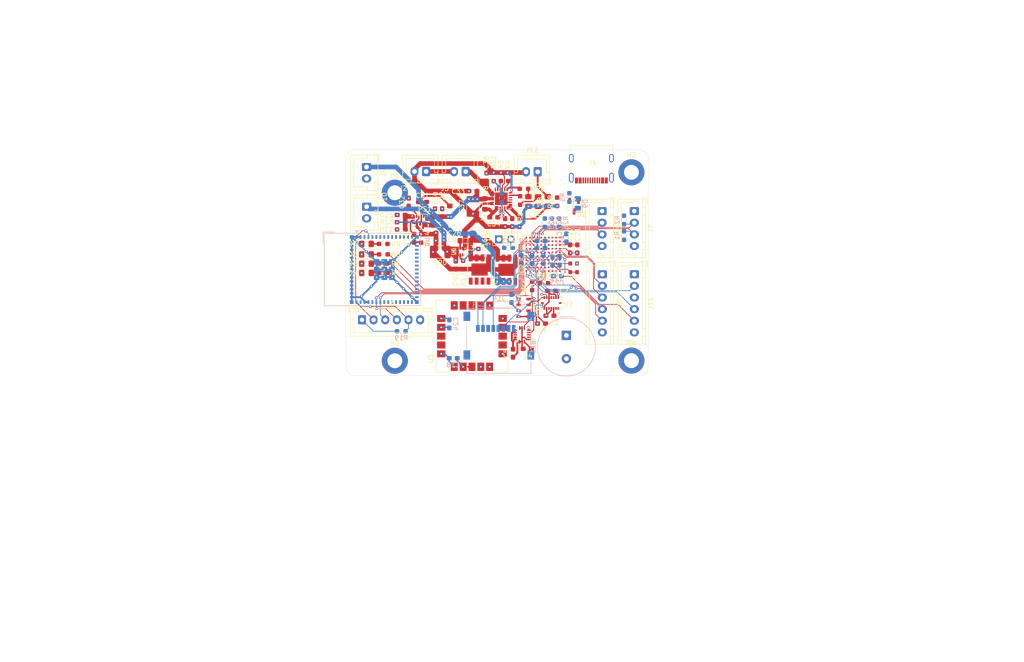
<source format=kicad_pcb>
(kicad_pcb (version 20241229) (generator "pcbnew") (generator_version "9.0")
  (layers (0 "F.Cu" signal) (4 "In1.Cu" power) (6 "In2.Cu" power) (2 "B.Cu" signal) (13 "F.Paste" user) (15 "B.Paste" user) (5 "F.SilkS" user "F.Silkscreen") (7 "B.SilkS" user "B.Silkscreen") (1 "F.Mask" user) (3 "B.Mask" user) (25 "Edge.Cuts" user))
  (net 0 "")
  (net 1 "GND")
  (net 2 "Net-(BZ1-+)")
  (net 3 "+3V3A")
  (net 4 "+VBUS")
  (net 5 "Net-(U8-PMID)")
  (net 6 "/Power/5V")
  (net 7 "Net-(C10-Pad1)")
  (net 8 "Net-(C11-Pad1)")
  (net 9 "BAT_CHARGER")
  (net 10 "NRST")
  (net 11 "Net-(PS1-FB)")
  (net 12 "Net-(C29-Pad2)")
  (net 13 "Net-(PS1-COMP)")
  (net 14 "Net-(PS1-BST)")
  (net 15 "/Power/SW")
  (net 16 "Net-(PS1-VCC)")
  (net 17 "/Battery Charger/BTST")
  (net 18 "Net-(U8-SW)")
  (net 19 "/Battery Charger/REGN")
  (net 20 "BAT+")
  (net 21 "/Power/3.6V")
  (net 22 "Net-(D1-K)")
  (net 23 "D-")
  (net 24 "D+")
  (net 25 "Net-(D3-A)")
  (net 26 "Net-(D4-A)")
  (net 27 "Net-(D5-A)")
  (net 28 "Net-(D6-A)")
  (net 29 "Net-(D7-K)")
  (net 30 "Net-(D8-A)")
  (net 31 "Net-(D9-A)")
  (net 33 "+3V3B")
  (net 35 "SDMMC1_CMD")
  (net 36 "SDMMC1_D1")
  (net 37 "SDMMC1_D2")
  (net 38 "SDMMC1_D3")
  (net 39 "SDMMC1_D0")
  (net 40 "SDMMC1_CK")
  (net 41 "Net-(J2-Pin_1)")
  (net 43 "Net-(J4-CC1)")
  (net 45 "Net-(J4-CC2)")
  (net 46 "EXT_UART_TX")
  (net 47 "EXT_UART_RX")
  (net 48 "ESP_TX")
  (net 49 "/ESP32/IO0")
  (net 50 "/ESP32/EN")
  (net 51 "ESP_RX")
  (net 52 "EXT_I2C_SDA")
  (net 53 "EXT_I2C_SCL")
  (net 54 "EXT_SPI_MISO")
  (net 55 "EXT_SPI_CLK")
  (net 56 "EXT_SPI_CS")
  (net 57 "EXT_SPI_MOSI")
  (net 59 "SWD_DIO")
  (net 60 "SWD_CLK")
  (net 61 "Net-(J13-Pin_2)")
  (net 62 "Net-(U6-SW)")
  (net 63 "Net-(PS1-VOUT)")
  (net 64 "Net-(U8-ICHG)")
  (net 65 "Net-(U8-ILIM)")
  (net 66 "LED2_PWM")
  (net 67 "LED3_PWM")
  (net 68 "LED1_PWM")
  (net 69 "I2C1_SDA")
  (net 70 "I2C1_SCL")
  (net 71 "Net-(U8-STAT)")
  (net 72 "Net-(U6-FB)")
  (net 73 "Net-(U8-~{PG})")
  (net 74 "Net-(U8-TS)")
  (net 75 "Net-(U7-PA0)")
  (net 76 "ADC")
  (net 77 "Net-(U7-PA1)")
  (net 78 "Net-(U7-PA2)")
  (net 121 "SDMMC1_D10")
  (net 123 "Net-(U7-PH0)")
  (footprint "Capacitor_SMD:C_0603_1608Metric_Pad1.08x0.95mm_HandSolder" (layer "F.Cu") (at 148.796 58.1832 180)
    (property "Reference" "C33")
    (property "Value" "10uF")
  )
  (footprint "Resistor_SMD:R_0603_1608Metric_Pad0.98x0.95mm_HandSolder" (layer "F.Cu") (at 133.3884 64.881)
    (property "Reference" "R13")
    (property "Value" "111k")
  )
  (footprint "Capacitor_SMD:C_1210_3225Metric_Pad1.33x2.70mm_HandSolder" (layer "F.Cu") (at 141.767 71.2696 180)
    (property "Reference" "C20")
    (property "Value" "330uF")
  )
  (footprint "Connector_JST:JST_XH_B2B-XH-A_1x02_P2.50mm_Vertical" (layer "F.Cu") (at 162.7106 54.0404 180)
    (property "Reference" "J12")
    (property "Value" "Charge")
  )
  (footprint "Capacitor_SMD:C_0603_1608Metric_Pad1.08x0.95mm_HandSolder" (layer "F.Cu") (at 140.6284 62.8586 90)
    (property "Reference" "C30")
    (property "Value" "10uF")
  )
  (footprint "LED_SMD:LED_0805_2012Metric_Pad1.15x1.40mm_HandSolder" (layer "F.Cu") (at 125.9096 69.5368)
    (property "Reference" "D3")
    (property "Value" "LED")
  )
  (footprint "Capacitor_SMD:C_0603_1608Metric_Pad1.08x0.95mm_HandSolder" (layer "F.Cu") (at 171.2286 70.6086 -90)
    (property "Reference" "C21")
    (property "Value" "100 nF")
  )
  (footprint "Package_BGA:TFBGA-100_8x8mm_Layout10x10_P0.8mm" (layer "F.Cu") (at 163.8738 71.7802 180)
    (property "Reference" "U7")
    (property "Value" "STM32H723VEHx")
  )
  (footprint "Capacitor_SMD:C_0603_1608Metric_Pad1.08x0.95mm_HandSolder" (layer "F.Cu") (at 163.5386 86.6694 180)
    (property "Reference" "C6")
    (property "Value" "100nF")
  )
  (footprint "MountingHole:MountingHole_3.2mm_M3_DIN965_Pad" (layer "F.Cu") (at 132.0054 58.5486)
    (property "Reference" "H1")
    (property "Value" "MountingHole")
  )
  (footprint "Resistor_SMD:R_0603_1608Metric_Pad0.98x0.95mm_HandSolder" (layer "F.Cu") (at 153.2672 55.133 90)
    (property "Reference" "R22")
    (property "Value" "100k")
  )
  (footprint "Connector_JST:JST_XH_B6B-XH-A_1x06_P2.50mm_Vertical" (layer "F.Cu") (at 124.9458 85.8602)
    (property "Reference" "J6")
    (property "Value" "UART")
  )
  (footprint "Connector_JST:JST_XH_B6B-XH-A_1x06_P2.50mm_Vertical" (layer "F.Cu") (at 183.4826 76.063 -90)
    (property "Reference" "J11")
    (property "Value" "SWD")
  )
  (footprint "Connector_USB:USB_C_Receptacle_G-Switch_GT-USB-7010ASV" (layer "F.Cu") (at 174.2496 52.18 180)
    (property "Reference" "J4")
    (property "Value" "USB_C_Receptacle_USB2.0_16P")
  )
  (footprint "Capacitor_SMD:C_0603_1608Metric_Pad1.08x0.95mm_HandSolder" (layer "F.Cu") (at 141.7064 67.1832)
    (property "Reference" "C26")
    (property "Value" "100nF")
  )
  (footprint "LED_SMD:LED_0805_2012Metric_Pad1.15x1.40mm_HandSolder" (layer "F.Cu") (at 125.9096 73.788)
    (property "Reference" "D5")
    (property "Value" "LED")
  )
  (footprint "Inductor_SMD:L_0805_2012Metric_Pad1.05x1.20mm_HandSolder" (layer "F.Cu") (at 143.8252 62.5362 90)
    (property "Reference" "L1")
    (property "Value" "2.2uH")
  )
  (footprint "MountingHole:MountingHole_3.2mm_M3_DIN965_Pad" (layer "F.Cu") (at 182.8562 54.1542)
    (property "Reference" "H3")
    (property "Value" "MountingHole")
  )
  (footprint "Capacitor_SMD:C_0603_1608Metric_Pad1.08x0.95mm_HandSolder" (layer "F.Cu") (at 133.3758 63.3174 180)
    (property "Reference" "C25")
    (property "Value" "27pF")
  )
  (footprint "Connector_JST:JST_XH_B2B-XH-A_1x02_P2.50mm_Vertical" (layer "F.Cu") (at 147.2416 54.0006 180)
    (property "Reference" "J3")
    (property "Value" "Conn_01x02")
  )
  (footprint "Capacitor_SMD:C_0603_1608Metric_Pad1.08x0.95mm_HandSolder" (layer "F.Cu") (at 155.71 64.977 -90)
    (property "Reference" "C35")
    (property "Value" "4.7uF")
  )
  (footprint "Capacitor_SMD:C_0603_1608Metric_Pad1.08x0.95mm_HandSolder" (layer "F.Cu") (at 137.9538 60.5376)
    (property "Reference" "C31")
    (property "Value" "100nF")
  )
  (footprint "Resistor_SMD:R_0603_1608Metric_Pad0.98x0.95mm_HandSolder" (layer "F.Cu") (at 166.9002 60.4838 90)
    (property "Reference" "R18")
    (property "Value" "5.1 k")
  )
  (footprint "H3LIS331:QFN300X300X100-16N" (layer "F.Cu") (at 159.345 89.0942 180)
    (property "Reference" "U3")
    (property "Value" "H3LIS331DL")
  )
  (footprint "Resistor_SMD:R_0603_1608Metric_Pad0.98x0.95mm_HandSolder" (layer "F.Cu") (at 129.5434 75.773 180)
    (property "Reference" "R7")
    (property "Value" "110R")
  )
  (footprint "LED_SMD:LED_0805_2012Metric_Pad1.15x1.40mm_HandSolder" (layer "F.Cu") (at 125.9096 75.7772)
    (property "Reference" "D4")
    (property "Value" "LED")
  )
  (footprint "Capacitor_SMD:C_0603_1608Metric_Pad1.08x0.95mm_HandSolder" (layer "F.Cu") (at 160.4658 92.0882)
    (property "Reference" "C4")
    (property "Value" "100nF")
  )
  (footprint "Connector_JST:JST_XH_B6B-XH-A_1x06_P2.50mm_Vertical" (layer "F.Cu") (at 176.6014 76.063 -90)
    (property "Reference" "J8")
    (property "Value" "SPI")
  )
  (footprint "LED_SMD:LED_0805_2012Metric_Pad1.15x1.40mm_HandSolder" (layer "F.Cu") (at 125.9096 71.7988)
    (property "Reference" "D6")
    (property "Value" "LED")
  )
  (footprint "Resistor_SMD:R_0603_1608Metric_Pad0.98x0.95mm_HandSolder" (layer "F.Cu") (at 133.3878 66.4324 180)
    (property "Reference" "R12")
    (property "Value" "15k")
  )
  (footprint "Capacitor_SMD:C_0603_1608Metric_Pad1.08x0.95mm_HandSolder" (layer "F.Cu") (at 157.2388 64.976 90)
    (property "Reference" "C8")
    (property "Value" "10uF")
  )
  (footprint "Connector_JST:JST_XH_B4B-XH-A_1x04_P2.50mm_Vertical" (layer "F.Cu") (at 176.5506 62.493 -90)
    (property "Reference" "J5")
    (property "Value" "UART")
  )
  (footprint "Package_DFN_QFN:Texas_VQFN-HR-20_3x2.5mm_P0.5mm_RQQ0011A" (layer "F.Cu") (at 137.4332 64.8752)
    (property "Reference" "PS1")
    (property "Value" "TPS61288LRQQR")
  )
  (footprint "MMC5603NJ:WLP4_0P82X0P82_MEM" (layer "F.Cu") (at 162.6213 85.0131 90)
    (property "Reference" "U4")
    (property "Value" "MMC5603NJ")
  )
  (footprint "Resistor_SMD:R_0603_1608Metric_Pad0.98x0.95mm_HandSolder" (layer "F.Cu") (at 158.9358 60.2084 -90)
    (property "Reference" "R15")
    (property "Value" "2k")
  )
  (footprint "Resistor_SMD:R_0603_1608Metric_Pad0.98x0.95mm_HandSolder" (layer "F.Cu") (at 137.6728 68.3638 90)
    (property "Reference" "R14")
    (property "Value" "28.7k")
  )
  (footprint "Resistor_SMD:R_0603_1608Metric_Pad0.98x0.95mm_HandSolder" (layer "F.Cu") (at 164.03 77.9852 180)
    (property "Reference" "R10")
    (property "Value" "10k")
  )
  (footprint "Resistor_SMD:R_0603_1608Metric_Pad0.98x0.95mm_HandSolder" (layer "F.Cu") (at 129.5434 71.7898 180)
    (property "Reference" "R8")
    (property "Value" "110R")
  )
  (footprint "Resistor_SMD:R_0603_1608Metric_Pad0.98x0.95mm_HandSolder" (layer "F.Cu") (at 154.8048 55.1218 -90)
    (property "Reference" "R3")
    (property "Value" "225")
  )
  (footprint "MountingHole:MountingHole_3.2mm_M3_DIN965_Pad" (layer "F.Cu") (at 132.0054 94.6546)
    (property "Reference" "H2")
    (property "Value" "MountingHole")
  )
  (footprint "Connector_PinHeader_2.54mm:PinHeader_1x02_P2.54mm_Vertical" (layer "F.Cu") (at 154.3858 68.5614 90)
    (property "Reference" "J13")
    (property "Value" "Conn_01x02")
  )
  (footprint "Package_SO:Diodes_SO-8EP" (layer "F.Cu") (at 150.2234 75.0488 -90)
    (property "Reference" "IC1")
    (property "Value" "AP7362-33SP-13")
  )
  (footprint "Connector_JST:JST_XH_B4B-XH-A_1x04_P2.50mm_Vertical" (layer "F.Cu") (at 183.4826 62.493 -90)
    (property "Reference" "J7")
    (property "Value" "I2C")
  )
  (footprint "Package_LGA:LGA-8_3x5mm_P1.25mm" (layer "F.Cu") (at 159.6772 83.2864)
    (property "Reference" "U1")
    (property "Value" "MS5611-01BA")
  )
  (footprint "Capacitor_SMD:C_0603_1608Metric_Pad1.08x0.95mm_HandSolder" (layer "F.Cu") (at 157.4106 93.027 90)
    (property "Reference" "C5")
    (property "Value" "100nF")
  )
  (footprint "Capacitor_SMD:C_0603_1608Metric_Pad1.08x0.95mm_HandSolder" (layer "F.Cu") (at 145.1146 74.0982 -90)
    (property "Reference" "C40")
    (property "Value" "4.7uF")
  )
  (footprint "Connector_JST:JST_XH_B2B-XH-A_1x02_P2.50mm_Vertical" (layer "F.Cu") (at 125.9526 61.5474 -90)
    (property "Reference" "J10")
    (property "Value" "5.0VOUT")
  )
  (footprint "Capacitor_SMD:C_0603_1608Metric_Pad1.08x0.95mm_HandSolder" (layer "F.Cu") (at 147.847 67.1574 180)
    (property "Reference" "C39")
    (property "Value" "22uF")
  )
  (footprint "Inductor_SMD:L_0805_2012Metric_Pad1.05x1.20mm_HandSolder" (layer "F.Cu") (at 147.1662 68.8766)
    (property "Reference" "L3")
    (property "Value" "1uH")
  )
  (footprint "Inductor_SMD:L_0805_2012Metric_Pad1.05x1.20mm_HandSolder" (layer "F.Cu") (at 141.4004 65.4798)
    (property "Reference" "L4")
    (property "Value" "1.8uH")
  )
  (footprint "SAM-M10Q:XCVR_SAM-M10Q-00B" (layer "F.Cu") (at 148.584133 89.365267 90)
    (property "Reference" "U5")
    (property "Value" "SAM-M10Q-00B")
  )
  (footprint "Inductor_SMD:L_0805_2012Metric_Pad1.05x1.20mm_HandSolder" (layer "F.Cu") (at 151.3644 60.9578 -90)
    (property "Reference" "L2")
    (property "Value" "1uH")
  )
  (footprint "Capacitor_SMD:C_0603_1608Metric_Pad1.08x0.95mm_HandSolder" (layer "F.Cu") (at 153.2664 63.8266 180)
    (property "Reference" "C34")
    (property "Value" "47nF")
  )
  (footprint "Package_TO_SOT_SMD:SOT-563" (layer "F.Cu") (at 146.0676 71.199 -90)
    (property "Reference" "U6")
    (property "Value" "TPS62A03DRLR")
  )
  (footprint "Oscillator:Oscillator_SMD_ECS_2520MV-xxx-xx-4Pin_2.5x2.0mm" (layer "F.Cu") (at 170.4318 74.6844 180)
    (property "Reference" "Y1")
    (property "Value" "ECS-2520S")
  )
  (footprint "Connector_JST:JST_XH_B2B-XH-A_1x02_P2.50mm_Vertical" (layer "F.Cu") (at 125.9294 53.013 -90)
    (property "Reference" "J9")
    (property "Value" "3.3VOUT")
  )
  (footprint "Diode_SMD:D_0805_2012Metric_Pad1.15x1.40mm_HandSolder" (layer "F.Cu") (at 164.8838 60.4186 90)
    (property "Reference" "D8")
    (property "Value" "D_Schottky")
  )
  (footprint "Package_SO:Diodes_SO-8EP" (layer "F.Cu") (at 156.0036 75.1034 -90)
    (property "Reference" "IC2")
    (property "Value" "AP7362-33SP-13")
  )
  (footprint "Resistor_SMD:R_0603_1608Metric_Pad0.98x0.95mm_HandSolder" (layer "F.Cu") (at 156.3588 55.1218 -90)
    (property "Reference" "R4")
    (property "Value" "160")
  )
  (footprint "Capacitor_SMD:C_0603_1608Metric_Pad1.08x0.95mm_HandSolder" (layer "F.Cu") (at 158.7834 64.9704 -90)
    (property "Reference" "C7")
    (property "Value" "1uF")
  )
  (footprint "LED_SMD:LED_0805_2012Metric_Pad1.15x1.40mm_HandSolder" (layer "F.Cu") (at 162.7856 60.46 -90)
    (property "Reference" "D1")
    (property "Value" "LED")
  )
  (footprint "Capacitor_SMD:C_0603_1608Metric_Pad1.08x0.95mm_HandSolder" (layer "F.Cu") (at 165.337 84.979)
    (property "Reference" "C3")
    (property "Value" "100nF")
  )
  (footprint "Capacitor_SMD:C_1210_3225Metric_Pad1.33x2.70mm_HandSolder" (layer "F.Cu") (at 148.8024 61.4836 -90)
    (property "Reference" "C37")
    (property "Value" "20uF")
  )
  (footprint "Capacitor_SMD:C_0603_1608Metric_Pad1.08x0.95mm_HandSolder" (layer "F.Cu") (at 142.1732 62.8398 90)
    (property "Reference" "C22")
    (property "Value" "100nF")
  )
  (footprint "MountingHole:MountingHole_3.2mm_M3_DIN965_Pad" (layer "F.Cu") (at 182.859007 94.632306)
    (property "Reference" "H4")
    (property "Value" "MountingHole")
  )
  (footprint "Resistor_SMD:R_0603_1608Metric_Pad0.98x0.95mm_HandSolder" (layer "F.Cu") (at 149.9614 69.7106 -90)
    (property "Reference" "R16")
    (property "Value" "500k")
  )
  (footprint "Capacitor_SMD:C_0603_1608Metric_Pad1.08x0.95mm_HandSolder" (layer "F.Cu") (at 169.6814 70.602 -90)
    (property "Reference" "C17")
    (property "Value" "100 nF")
  )
  (footprint "Resistor_SMD:R_0603_1608Metric_Pad0.98x0.95mm_HandSolder" (layer "F.Cu") (at 146.6894 74.0794 -90)
    (property "Reference" "R17")
    (property "Value" "100k")
  )
  (footprint "LED_SMD:LED_0805_2012Metric_Pad1.15x1.40mm_HandSolder" (layer "F.Cu") (at 160.7108 60.4346 -90)
    (property "Reference" "D7")
    (property "Value" "LED")
  )
  (footprint "Package_TO_SOT_SMD:SOT-23-3" (layer "F.Cu") (at 170.5294 61.436 -90)
    (property "Reference" "D2")
    (property "Value" "ESDA5V3L")
  )
  (footprint "Capacitor_SMD:C_0603_1608Metric_Pad1.08x0.95mm_HandSolder" (layer "F.Cu") (at 151.727 55.165 90)
    (property "Reference" "C36")
    (property "Value" "10uF")
  )
  (footprint "Resistor_SMD:R_0603_1608Metric_Pad0.98x0.95mm_HandSolder" (layer "F.Cu") (at 129.4926 73.7618 180)
    (property "Reference" "R6")
    (property "Value" "110R")
  )
  (footprint "Capacitor_SMD:C_0603_1608Metric_Pad1.08x0.95mm_HandSolder" (layer "F.Cu") (at 141.7318 68.7972)
    (property "Reference" "C9")
    (property "Value" "22uF")
  )
  (footprint "Resistor_SMD:R_0603_1608Metric_Pad0.98x0.95mm_HandSolder" (layer "F.Cu") (at 159.751 57.6962)
    (property "Reference" "R20")
    (property "Value" "2k")
  )
  (footprint "Resistor_SMD:R_0603_1608Metric_Pad0.98x0.95mm_HandSolder" (layer "F.Cu") (at 129.5114 69.5478 180)
    (property "Reference" "R9")
    (property "Value" "110R")
  )
  (footprint "BMI088:PQFN50P450X300X100-16N" (layer "F.Cu") (at 165.6386 82.2444 180)
    (property "Reference" "U2")
    (property "Value" "BMI088")
  )
  (footprint "Capacitor_SMD:C_0603_1608Metric_Pad1.08x0.95mm_HandSolder" (layer "F.Cu") (at 165.678 79.6338 180)
    (property "Reference" "C2")
    (property "Value" "100nF")
  )
  (footprint "Resistor_SMD:R_0603_1608Metric_Pad0.98x0.95mm_HandSolder" (layer "F.Cu") (at 161.5068 78.559 90)
    (property "Reference" "R11")
    (property "Value" "10k")
  )
  (footprint "Package_DFN_QFN:Texas_RGE0024H_VQFN-24-1EP_4x4mm_P0.5mm_EP2.7x2.7mm" (layer "F.Cu") (at 154.8832 59.8352 180)
    (property "Reference" "U8")
    (property "Value" "BQ25606RGER")
  )
  (footprint "Capacitor_SMD:C_0603_1608Metric_Pad1.08x0.95mm_HandSolder" (layer "F.Cu") (at 134.9804 60.5726 90)
    (property "Reference" "C32")
    (property "Value" "2.2uF")
  )
  (footprint "Capacitor_SMD:C_0603_1608Metric_Pad1.08x0.95mm_HandSolder" (layer "F.Cu") (at 136.1484 68.3512 -90)
    (property "Reference" "C29")
    (property "Value" "620pF")
  )
  (footprint "Connector_JST:JST_XH_B2B-XH-A_1x02_P2.50mm_Vertical" (layer "F.Cu") (at 138.7326 53.9774 180)
    (property "Reference" "J2")
    (property "Value" "Conn_01x02")
  )
  (footprint "Diode_SMD:D_0805_2012Metric_Pad1.15x1.40mm_HandSolder" (layer "B.Cu") (at 171.336 60.8864 90)
    (property "Reference" "D9")
    (property "Value" "D_Schottky")
  )
  (footprint "Resistor_SMD:R_0603_1608Metric_Pad0.98x0.95mm_HandSolder" (layer "B.Cu") (at 165.7856 64.9954 90)
    (property "Reference" "R27")
    (property "Value" "170R")
  )
  (footprint "Capacitor_SMD:C_0603_1608Metric_Pad1.08x0.95mm_HandSolder" (layer "B.Cu") (at 165.8918 73.2182 -90)
    (property "Reference" "C14")
    (property "Value" "100 nF")
  )
  (footprint "Resistor_SMD:R_0603_1608Metric_Pad0.98x0.95mm_HandSolder" (layer "B.Cu") (at 169.521 59.5628 -90)
    (property "Reference" "R5")
    (property "Value" "5.1 k")
  )
  (footprint "Resistor_SMD:R_0603_1608Metric_Pad0.98x0.95mm_HandSolder" (layer "B.Cu") (at 156.4354 70.367 180)
    (property "Reference" "R23")
    (property "Value" "10kR")
  )
  (footprint "Capacitor_SMD:C_0603_1608Metric_Pad1.08x0.95mm_HandSolder" (layer "B.Cu") (at 163.9314 72.888 -90)
    (property "Reference" "C15")
    (property "Value" "100 nF")
  )
  (footprint "Capacitor_SMD:C_0603_1608Metric_Pad1.08x0.95mm_HandSolder" (layer "B.Cu") (at 163.427 68.9076 180)
    (property "Reference" "C19")
    (property "Value" "100 nF")
  )
  (footprint "Resistor_SMD:R_0603_1608Metric_Pad0.98x0.95mm_HandSolder" (layer "B.Cu") (at 133.393 88.3194)
    (property "Reference" "R19")
    (property "Value" "10k")
  )
  (footprint "Buzzer_Beeper:Buzzer_TDK_PS1240P02BT_D12.2mm_H6.5mm" (layer "B.Cu") (at 168.8806 89.210231 -90)
    (property "Reference" "BZ1")
    (property "Value" "Buzzer")
  )
  (footprint "Resistor_SMD:R_0603_1608Metric_Pad0.98x0.95mm_HandSolder" (layer "B.Cu") (at 164.2408 64.9954 90)
    (property "Reference" "R28")
    (property "Value" "170R")
  )
  (footprint "Connector_Card:microSD_HC_Wuerth_693072010801" (layer "B.Cu") (at 154.3582 89.2596 180)
    (property "Reference" "J14")
    (property "Value" "Micro_SD_Card")
  )
  (footprint "RF_Module:ESP32-S2-MINI-1" (layer "B.Cu") (at 127.1878 75.049 -90)
    (property "Reference" "U9")
    (property "Value" "ESP32-S3-MINI-1-N4R2")
  )
  (footprint "Capacitor_SMD:C_0603_1608Metric_Pad1.08x0.95mm_HandSolder" (layer "B.Cu") (at 143.722667 86.738267 90)
    (property "Reference" "C24")
    (property "Value" "100 nF")
  )
  (footprint "Capacitor_SMD:C_0603_1608Metric_Pad1.08x0.95mm_HandSolder" (layer "B.Cu") (at 166.9508 76.4658)
    (property "Reference" "C23")
    (property "Value" "0.1uF")
  )
  (footprint "Capacitor_SMD:C_0603_1608Metric_Pad1.08x0.95mm_HandSolder" (layer "B.Cu") (at 168.8728 68.2398 -90)
    (property "Reference" "C12")
    (property "Value" "100 nF")
  )
  (footprint "Capacitor_SMD:C_0603_1608Metric_Pad1.08x0.95mm_HandSolder" (layer "B.Cu") (at 157.069 81.2666 -90)
    (property "Reference" "C1")
    (property "Value" "100 nF")
  )
  (footprint "Capacitor_SMD:C_0603_1608Metric_Pad1.08x0.95mm_HandSolder" (layer "B.Cu") (at 167.395 73.2436 -90)
    (property "Reference" "C13")
    (property "Value" "100 nF")
  )
  (footprint "Capacitor_SMD:C_0603_1608Metric_Pad1.08x0.95mm_HandSolder" (layer "B.Cu") (at 161.5032 72.8954 -90)
    (property "Reference" "C10")
    (property "Value" "2.2 µF")
  )
  (footprint "Resistor_SMD:R_0603_1608Metric_Pad0.98x0.95mm_HandSolder" (layer "B.Cu") (at 155.008 59.6542 90)
    (property "Reference" "R21")
    (property "Value" "100k")
  )
  (footprint "Resistor_SMD:R_0603_1608Metric_Pad0.98x0.95mm_HandSolder" (layer "B.Cu") (at 181.2597 67.7461 90)
    (property "Reference" "R1")
    (property "Value" "10k")
  )
  (footprint "Resistor_SMD:R_0603_1608Metric_Pad0.98x0.95mm_HandSolder" (layer "B.Cu") (at 167.3304 64.9954 90)
    (property "Reference" "R26")
    (property "Value" "170R")
  )
  (footprint "Capacitor_SMD:C_0603_1608Metric_Pad1.08x0.95mm_HandSolder" (layer "B.Cu") (at 144.557734 94.115867 180)
    (property "Reference" "C18")
    (property "Value" "100 nF")
  )
  (footprint "Resistor_SMD:R_0603_1608Metric_Pad0.98x0.95mm_HandSolder" (layer "B.Cu") (at 181.2477 64.3865 -90)
    (property "Reference" "R2")
    (property "Value" "10k")
  )
  (footprint "Capacitor_SMD:C_0603_1608Metric_Pad1.08x0.95mm_HandSolder" (layer "B.Cu") (at 163.4082 70.4548 180)
    (property "Reference" "C16")
    (property "Value" "4.7 µF")
  )
  (footprint "Capacitor_SMD:C_0603_1608Metric_Pad1.08x0.95mm_HandSolder" (layer "B.Cu") (at 159.2 72.9134 -90)
    (property "Reference" "C11")
    (property "Value" "2.2uF")
  )
  (gr_poly (pts (xy 145.6436 70.231) (xy 145.669 72.1614) (xy 143.637 72.1614) (xy 143.6624 70.231)) (stroke (width 0.2)) (fill yes) (layer "F.Cu") (net 6))
  (gr_poly (pts (xy 154.432 78.0796) (xy 154.4828 77.6732) (xy 154.8892 77.9272) (xy 154.3812 78.1812)) (stroke (width 0.2)) (fill yes) (layer "B.Cu") (net 33))
  (gr_arc (start 123.5456 97.8408) (mid 122.036917 97.215883) (end 121.412 95.7072) (stroke (width 0.05)) (layer "Edge.Cuts"))
  (gr_line (start 186.4868 95.7072) (end 186.4868 51.4096) (stroke (width 0.05)) (layer "Edge.Cuts"))
  (gr_line (start 121.412 51.4096) (end 121.412 95.7072) (stroke (width 0.05)) (layer "Edge.Cuts"))
  (gr_arc (start 121.412 51.4096) (mid 122.036917 49.900917) (end 123.5456 49.276) (stroke (width 0.05)) (layer "Edge.Cuts"))
  (gr_arc (start 186.4868 95.7072) (mid 185.861883 97.215883) (end 184.3532 97.8408) (stroke (width 0.05)) (layer "Edge.Cuts"))
  (gr_line (start 123.5456 97.8408) (end 184.3532 97.8408) (stroke (width 0.05)) (layer "Edge.Cuts"))
  (gr_line (start 184.3532 49.276) (end 123.5456 49.276) (stroke (width 0.05)) (layer "Edge.Cuts"))
  (gr_arc (start 184.3532 49.276) (mid 185.861883 49.900917) (end 186.4868 51.4096) (stroke (width 0.05)) (layer "Edge.Cuts"))
  (segment (start 155.6332 60.5852) (end 154.8832 59.8352) (width 0.3) (layer "F.Cu") (net 0))
  (segment (start 156.8457 60.5852) (end 155.6332 60.5852) (width 0.3) (layer "F.Cu") (net 0))
  (segment (start 164.4206 80.4164) (end 163.576 80.4164) (width 0.15) (layer "F.Cu") (net 1))
  (segment (start 160.815 87.6122) (end 160.6804 87.4776) (width 0.3) (layer "F.Cu") (net 1))
  (segment (start 167.4738 68.9802) (end 168.0148 68.9802) (width 0.15) (layer "F.Cu") (net 1))
  (segment (start 148.7285 63.0461) (end 148.8024 63.0461) (width 1) (layer "F.Cu") (net 1))
  (segment (start 160.7522 85.1614) (end 158.6484 85.1614) (width 0.3) (layer "F.Cu") (net 1))
  (segment (start 164.4745 84.979) (end 164.6386 84.8149) (width 0.3) (layer "F.Cu") (net 1))
  (segment (start 162.4213 86.4146) (end 162.6761 86.6694) (width 0.3) (layer "F.Cu") (net 1))
  (segment (start 155.184133 84.874467) (end 155.922066 85.6124) (width 0.15) (layer "F.Cu") (net 1))
  (segment (start 164.6386 80.6344) (end 164.4206 80.4164) (width 0.15) (layer "F.Cu") (net 1))
  (segment (start 156.3588 54.2093) (end 156.2608 54.2093) (width 1) (layer "F.Cu") (net 1))
  (segment (start 162.4213 85.2131) (end 162.4213 86.4146) (width 0.3) (layer "F.Cu") (net 1))
  (segment (start 168.7971 70.5802) (end 169.6814 71.4645) (width 0.15) (layer "F.Cu") (net 1))
  (segment (start 163.8808 72.5732) (end 163.8808 72.5872) (width 0.15) (layer "F.Cu") (net 1))
  (segment (start 164.4745 84.979) (end 164.55395 84.89955) (width 0.3) (layer "F.Cu") (net 1))
  (segment (start 151.3199 52.2732) (end 153.2672 54.2205) (width 1) (layer "F.Cu") (net 1))
  (segment (start 147.1422 67.3151) (end 147.1422 70.2129) (width 1) (layer "F.Cu") (net 1))
  (segment (start 165.6386 83.8149) (end 165.6386 83.4094) (width 0.3) (layer "F.Cu") (net 1))
  (segment (start 157.4106 90.5586) (end 157.4106 92.1645) (width 0.4) (layer "F.Cu") (net 1))
  (segment (start 137.6728 67.4513) (end 140.5758 67.4513) (width 1) (layer "F.Cu") (net 1))
  (segment (start 156.2608 54.2093) (end 151.8202 54.2093) (width 1) (layer "F.Cu") (net 1))
  (segment (start 162.6738 71.3802) (end 162.617 71.3802) (width 0.15) (layer "F.Cu") (net 1))
  (segment (start 137.4648 52.2732) (end 151.3199 52.2732) (width 1) (layer "F.Cu") (net 1))
  (segment (start 160.815 88.0942) (end 160.815 87.6122) (width 0.3) (layer "F.Cu") (net 1))
  (segment (start 157.159 88.6582) (end 157.159 90.307) (width 0.4) (layer "F.Cu") (net 1))
  (segment (start 150.2234 75.0488) (end 155.949 75.0488) (width 1) (layer "F.Cu") (net 1))
  (segment (start 136.2326 53.5054) (end 137.4648 52.2732) (width 1) (layer "F.Cu") (net 1))
  (segment (start 171.222 71.4645) (end 171.2286 71.4711) (width 0.15) (layer "F.Cu") (net 1))
  (segment (start 169.7736 71.4645) (end 171.1452 71.4645) (width 0.15) (layer "F.Cu") (net 1))
  (segment (start 157.9086 72.6059) (end 157.9086 74.3584) (width 1) (layer "F.Cu") (net 1))
  (segment (start 151.3834 75.0488) (end 150.2234 75.0488) (width 1) (layer "F.Cu") (net 1))
  (segment (start 136.2326 53.9774) (end 136.2326 55.6774) (width 1) (layer "F.Cu") (net 1))
  (segment (start 150.21855 64.46225) (end 151.5892 65.8329) (width 1) (layer "F.Cu") (net 1))
  (segment (start 164.2738 72.1802) (end 163.8808 72.5732) (width 0.15) (layer "F.Cu") (net 1))
  (segment (start 160.0417 54.2093) (end 160.2106 54.0404) (width 1) (layer "F.Cu") (net 1))
  (segment (start 148.8024 63.0461) (end 150.21855 64.46225) (width 1) (layer "F.Cu") (net 1))
  (segment (start 156.2608 54.2093) (end 160.0417 54.2093) (width 1) (layer "F.Cu") (net 1))
  (segment (start 147.1422 70.2129) (end 146.8686 70.4865) (width 1) (layer "F.Cu") (net 1))
  (segment (start 155.1332 57.8727) (end 155.1332 56.961534) (width 0.2) (layer "F.Cu") (net 1))
  (segment (start 136.7282 64.51671) (end 137.1832 64.06171) (width 0.3) (layer "F.Cu") (net 1))
  (segment (start 136.2326 53.9774) (end 136.2326 53.5054) (width 1) (layer "F.Cu") (net 1))
  (segment (start 143.8656 58.1832) (end 148.7285 63.0461) (width 1) (layer "F.Cu") (net 1))
  (segment (start 137.6728 67.4513) (end 137.6728 66.767514) (width 0.6) (layer "F.Cu") (net 1))
  (segment (start 146.9845 67.1574) (end 147.1422 67.3151) (width 1) (layer "F.Cu") (net 1))
  (segment (start 140.8439 70.6302) (end 140.2045 71.2696) (width 1) (layer "F.Cu") (net 1))
  (segment (start 157.9086 74.3584) (end 157.1636 75.1034) (width 1) (layer "F.Cu") (net 1))
  (segment (start 149.20465 64.46225) (end 150.21855 64.46225) (width 1) (layer "F.Cu") (net 1))
  (segment (start 167.0304 74.1368) (end 167.0304 74.1426) (width 0.2) (layer "F.Cu") (net 1))
  (segment (start 166.6738 73.7802) (end 167.0304 74.1368) (width 0.2) (layer "F.Cu") (net 1))
  (segment (start 157.875 88.5942) (end 157.223 88.5942) (width 0.4) (layer "F.Cu") (net 1))
  (segment (start 152.8435 60.8721) (end 150.9764 60.8721) (width 0.5) (layer "F.Cu") (net 1))
  (segment (start 163.8808 72.5872) (end 163.8808 73.3552) (width 0.15) (layer "F.Cu") (net 1))
  (segment (start 138.7384 58.1832) (end 143.8656 58.1832) (width 1) (layer "F.Cu") (net 1))
  (segment (start 136.3582 65.0752) (end 136.7282 64.7052) (width 0.3) (layer "F.Cu") (net 1))
  (segment (start 163.4738 72.1802) (end 163.4932 72.1802) (width 0.15) (layer "F.Cu") (net 1))
  (segment (start 150.1353 74.9607) (end 150.2234 75.0488) (width 1) (layer "F.Cu") (net 1))
  (segment (start 157.159 90.307) (end 157.4106 90.5586) (width 0.4) (layer "F.Cu") (net 1))
  (segment (start 164.6386 81.0794) (end 164.6386 80.6344) (width 0.15) (layer "F.Cu") (net 1))
  (segment (start 157.875 89.5942) (end 157.875 90.0942) (width 0.4) (layer "F.Cu") (net 1))
  (segment (start 157.875 90.0942) (end 157.4106 90.5586) (width 0.4) (layer "F.Cu") (net 1))
  (segment (start 137.1832 64.06171) (end 137.1832 63.7002) (width 0.3) (layer "F.Cu") (net 1))
  (segment (start 145.1146 74.9607) (end 150.1353 74.9607) (width 1) (layer "F.Cu") (net 1))
  (segment (start 155.5808 54.9853) (end 154.8048 54.2093) (width 0.2) (layer "F.Cu") (net 1))
  (segment (start 140.8439 68.834) (end 140.8439 70.6302) (width 1) (layer "F.Cu") (net 1))
  (segment (start 137.6728 66.767514) (end 136.7322 65.826914) (width 0.6) (layer "F.Cu") (net 1))
  (segment (start 166.6738 73.786) (end 166.6738 73.7802) (width 0.2) (layer "F.Cu") (net 1))
  (segment (start 159.845 90.5642) (end 159.845 90.6049) (width 0.3) (layer "F.Cu") (net 1))
  (segment (start 151.5892 65.8329) (end 155.7166 65.8329) (width 1) (layer "F.Cu") (net 1))
  (segment (start 150.9764 60.8721) (end 148.8024 63.0461) (width 0.5) (layer "F.Cu") (net 1))
  (segment (start 165.0738 72.1802) (end 165.0738 72.213) (width 0.15) (layer "F.Cu") (net 1))
  (segment (start 152.1284 72.5513) (end 152.1284 74.3038) (width 1) (layer "F.Cu") (net 1))
  (segment (start 136.7322 65.826914) (end 136.7322 65.6002) (width 0.6) (layer "F.Cu") (net 1))
  (segment (start 157.223 88.5942) (end 157.159 88.6582) (width 0.4) (layer "F.Cu") (net 1))
  (segment (start 167.1386 80.3148) (end 167.1386 81.0794) (width 0.3) (layer "F.Cu") (net 1))
  (segment (start 157.1636 75.1034) (end 156.0036 75.1034) (width 1) (layer "F.Cu") (net 1))
  (segment (start 169.6814 71.4645) (end 169.7736 71.4645) (width 0.15) (layer "F.Cu") (net 1))
  (segment (start 151.8202 54.2093) (end 151.727 54.3025) (width 1) (layer "F.Cu") (net 1))
  (segment (start 162.617 71.3802) (end 162.306 71.0692) (width 0.15) (layer "F.Cu") (net 1))
  (segment (start 140.8439 67.1832) (end 140.8439 68.834) (width 1) (layer "F.Cu") (net 1))
  (segment (start 156.8457 58.5852) (end 157.0736 58.3573) (width 0.3) (layer "F.Cu") (net 1))
  (segment (start 164.6386 84.8149) (end 164.6386 83.4094) (width 0.3) (layer "F.Cu") (net 1))
  (segment (start 155.5808 56.513934) (end 155.5808 54.9853) (width 0.2) (layer "F.Cu") (net 1))
  (segment (start 168.0148 68.9802) (end 168.0464 69.0118) (width 0.15) (layer "F.Cu") (net 1))
  (segment (start 160.46435 91.22425) (end 161.3283 92.0882) (width 0.3) (layer "F.Cu") (net 1))
  (segment (start 159.845 90.6049) (end 160.46435 91.22425) (width 0.3) (layer "F.Cu") (net 1))
  (segment (start 171.1452 71.4645) (end 171.222 71.4645) (width 0.15) (layer "F.Cu") (net 1))
  (segment (start 167.4738 70.5802) (end 168.7971 70.5802) (width 0.15) (layer "F.Cu") (net 1))
  (segment (start 136.7282 64.7052) (end 136.7282 64.51671) (width 0.3) (layer "F.Cu") (net 1))
  (segment (start 155.949 75.0488) (end 156.0036 75.1034) (width 1) (layer "F.Cu") (net 1))
  (segment (start 155.7166 65.8329) (end 155.71 65.8395) (width 0.7) (layer "F.Cu") (net 1))
  (segment (start 163.4738 72.1802) (end 163.8808 72.5872) (width 0.15) (layer "F.Cu") (net 1))
  (segment (start 140.2045 71.2696) (end 143.8956 74.9607) (width 1) (layer "F.Cu") (net 1))
  (segment (start 152.1284 74.3038) (end 151.3834 75.0488) (width 1) (layer "F.Cu") (net 1))
  (segment (start 166.5405 79.6338) (end 167.1386 80.2319) (width 0.3) (layer "F.Cu") (net 1))
  (segment (start 136.2326 55.6774) (end 138.7384 58.1832) (width 1) (layer "F.Cu") (net 1))
  (segment (start 164.55395 84.89955) (end 165.6386 83.8149) (width 0.3) (layer "F.Cu") (net 1))
  (segment (start 152.9334 60.7822) (end 152.8435 60.8721) (width 0.5) (layer "F.Cu") (net 1))
  (segment (start 143.8956 74.9607) (end 145.1146 74.9607) (width 1) (layer "F.Cu") (net 1))
  (segment (start 146.9845 66.6824) (end 149.20465 64.46225) (width 1) (layer "F.Cu") (net 1))
  (segment (start 140.5758 67.4513) (end 140.8439 67.1832) (width 1) (layer "F.Cu") (net 1))
  (segment (start 138.7384 58.1832) (end 147.9335 58.1832) (width 1) (layer "F.Cu") (net 1))
  (segment (start 158.7834 65.8329) (end 155.7166 65.8329) (width 0.7) (layer "F.Cu") (net 1))
  (segment (start 167.1386 80.2319) (end 167.1386 80.3148) (width 0.3) (layer "F.Cu") (net 1))
  (segment (start 157.0736 58.3573) (end 157.0736 58.039) (width 0.3) (layer "F.Cu") (net 1))
  (segment (start 146.9845 67.1574) (end 146.9845 66.6824) (width 1) (layer "F.Cu") (net 1))
  (segment (start 158.6484 85.1614) (end 158.6022 85.1614) (width 0.3) (layer "F.Cu") (net 1))
  (segment (start 155.1332 56.961534) (end 155.5808 56.513934) (width 0.2) (layer "F.Cu") (net 1))
  (segment (start 165.0738 72.213) (end 164.6936 72.5932) (width 0.15) (layer "F.Cu") (net 1))
  (via (at 162.7856 61.485) (size 0.8) (drill 0.3) (layers "F.Cu" "B.Cu") (net 1))
  (via (at 163.8808 73.3552) (size 0.45) (drill 0.2) (layers "F.Cu" "B.Cu") (net 1))
  (via (at 155.71 65.8395) (size 0.6) (drill 0.3) (layers "F.Cu" "B.Cu") (net 1))
  (via (at 133.483 71.3038) (size 0.6) (drill 0.3) (layers "F.Cu" "B.Cu") (net 1))
  (via (at 131.5272 73.2596) (size 0.6) (drill 0.3) (layers "F.Cu" "B.Cu") (net 1))
  (via (at 152.384133 82.765267) (size 0.6) (drill 0.3) (layers "F.Cu" "B.Cu") (net 1))
  (via (at 131.3878 75.0316) (size 0.6) (drill 0.3) (layers "F.Cu" "B.Cu") (net 1))
  (via (at 140.2045 71.2696) (size 0.6) (drill 0.3) (layers "F.Cu" "B.Cu") (net 1))
  (via (at 148.8024 63.0461) (size 0.6) (drill 0.3) (layers "F.Cu" "B.Cu") (net 1))
  (via (at 141.984133 85.565267) (size 0.6) (drill 0.3) (layers "F.Cu" "B.Cu") (net 1))
  (via (at 167.1386 80.3148) (size 0.6) (drill 0.3) (layers "F.Cu" "B.Cu") (net 1))
  (via (at 158.6484 85.1614) (size 0.6) (drill 0.3) (layers "F.Cu" "B.Cu") (net 1))
  (via (at 133.8466 79.1578) (size 0.6) (drill 0.3) (layers "F.Cu" "B.Cu") (net 1))
  (via (at 169.7736 71.4645) (size 0.6) (drill 0.3) (layers "F.Cu" "B.Cu") (net 1))
  (via (at 167.0304 74.1426) (size 0.45) (drill 0.2) (layers "F.Cu" "B.Cu") (net 1))
  (via (at 124.8648 80.7704) (size 0.6) (drill 0.3) (layers "F.Cu" "B.Cu") (net 1))
  (via (at 124.8846 71.7988) (size 0.6) (drill 0.3) (layers "F.Cu" "B.Cu") (net 1))
  (via (at 155.184133 85.565267) (size 0.6) (drill 0.3) (layers "F.Cu" "B.Cu") (net 1))
  (via (at 152.384133 95.965267) (size 0.6) (drill 0.3) (layers "F.Cu" "B.Cu") (net 1))
  (via (at 132.5133 63.3174) (size 0.6) (drill 0.3) (layers "F.Cu" "B.Cu") (net 1))
  (via (at 140.8439 67.1832) (size 0.6) (drill 0.3) (layers "F.Cu" "B.Cu") (net 1))
  (via (at 144.784133 95.965267) (size 0.6) (drill 0.3) (layers "F.Cu" "B.Cu") (net 1))
  (via (at 124.8846 73.788) (size 0.6) (drill 0.3) (layers "F.Cu" "B.Cu") (net 1))
  (via (at 140.6284 61.9961) (size 0.6) (drill 0.3) (layers "F.Cu" "B.Cu") (net 1))
  (via (at 131.4336 76.7448) (size 0.6) (drill 0.3) (layers "F.Cu" "B.Cu") (net 1))
  (via (at 155.184133 93.165267) (size 0.6) (drill 0.3) (layers "F.Cu" "B.Cu") (net 1))
  (via (at 129.794 76.699) (size 0.6) (drill 0.3) (layers "F.Cu" "B.Cu") (net 1))
  (via (at 129.7378 74.9808) (size 0.6) (drill 0.3) (layers "F.Cu" "B.Cu") (net 1))
  (via (at 144.784133 82.765267) (size 0.6) (drill 0.3) (layers "F.Cu" "B.Cu") (net 1))
  (via (at 166.0883 76.4658) (size 0.6) (drill 0.3) (layers "F.Cu" "B.Cu") (net 1))
  (via (at 171.1568 73.7594) (size 0.6) (drill 0.3) (layers "F.Cu" "B.Cu") (net 1))
  (via (at 125.871 71.1822) (size 0.6) (drill 0.3) (layers "F.Cu" "B.Cu") (net 1))
  (via (at 126.973 78.6622) (size 0.6) (drill 0.3) (layers "F.Cu" "B.Cu") (net 1))
  (via (at 132.4753 66.4324) (size 0.6) (drill 0.3) (layers "F.Cu" "B.Cu") (net 1))
  (via (at 141.984133 93.165267) (size 0.6) (drill 0.3) (layers "F.Cu" "B.Cu") (net 1))
  (via (at 153.2382 54.229) (size 0.7) (drill 0.3) (layers "F.Cu" "B.Cu") (net 1))
  (via (at 140.8439 68.834) (size 0.6) (drill 0.3) (layers "F.Cu" "B.Cu") (net 1))
  (via (at 147.9335 58.1832) (size 0.6) (drill 0.3) (layers "F.Cu" "B.Cu") (net 1))
  (via (at 171.1452 71.4645) (size 0.6) (drill 0.3) (layers "F.Cu" "B.Cu") (net 1))
  (via (at 163.576 80.4164) (size 0.6) (drill 0.3) (layers "F.Cu" "B.Cu") (net 1))
  (via (at 132.475 77.7862) (size 0.6) (drill 0.3) (layers "F.Cu" "B.Cu") (net 1))
  (via (at 150.484133 95.965267) (size 0.6) (drill 0.3) (layers "F.Cu" "B.Cu") (net 1))
  (via (at 157.2388 65.8385) (size 0.6) (drill 0.3) (layers "F.Cu" "B.Cu") (net 1))
  (via (at 134.9816 69.8052) (size 0.6) (drill 0.3) (layers "F.Cu" "B.Cu") (net 1))
  (via (at 164.6936 72.5932) (size 0.45) (drill 0.2) (layers "F.Cu" "B.Cu") (net 1))
  (via (at 166.9002 61.3963) (size 0.8) (drill 0.3) (layers "F.Cu" "B.Cu") (net 1))
  (via (at 154.813 54.2036) (size 0.7) (drill 0.3) (layers "F.Cu" "B.Cu") (net 1))
  (via (at 157.0736 58.039) (size 0.6) (drill 0.3) (layers "F.Cu" "B.Cu") (net 1))
  (via (at 124.8846 75.7772) (size 0.6) (drill 0.3) (layers "F.Cu" "B.Cu") (net 1))
  (via (at 124.8846 69.5368) (size 0.6) (drill 0.3) (layers "F.Cu" "B.Cu") (net 1))
  (via (at 162.306 71.0692) (size 0.45) (drill 0.2) (layers "F.Cu" "B.Cu") (net 1))
  (via (at 151.7142 54.356) (size 0.7) (drill 0.3) (layers "F.Cu" "B.Cu") (net 1))
  (via (at 128.0878 76.708) (size 0.6) (drill 0.3) (layers "F.Cu" "B.Cu") (net 1))
  (via (at 160.7108 61.4596) (size 0.8) (drill 0.3) (layers "F.Cu" "B.Cu") (net 1))
  (via (at 137.6728 67.4513) (size 0.6) (drill 0.3) (layers "F.Cu" "B.Cu") (net 1))
  (via (at 168.0464 69.0118) (size 0.45) (drill 0.2) (layers "F.Cu" "B.Cu") (net 1))
  (via (at 142.1732 61.9773) (size 0.6) (drill 0.3) (layers "F.Cu" "B.Cu") (net 1))
  (via (at 160.6804 87.4776) (size 0.6) (drill 0.3) (layers "F.Cu" "B.Cu") (net 1))
  (via (at 164.55395 84.89955) (size 0.6) (drill 0.3) (layers "F.Cu" "B.Cu") (net 1))
  (via (at 158.7834 65.8329) (size 0.6) (drill 0.3) (layers "F.Cu" "B.Cu") (net 1))
  (via (at 158.6022 83.9114) (size 0.6) (drill 0.3) (layers "F.Cu" "B.Cu") (net 1))
  (via (at 134.9804 59.7101) (size 0.6) (drill 0.3) (layers "F.Cu" "B.Cu") (net 1))
  (via (at 135.7008 81.012) (size 0.6) (drill 0.3) (layers "F.Cu" "B.Cu") (net 1))
  (via (at 156.2608 54.2093) (size 0.7) (drill 0.3) (layers "F.Cu" "B.Cu") (net 1))
  (via (at 162.6761 86.6694) (size 0.6) (drill 0.3) (layers "F.Cu" "B.Cu") (net 1))
  (segment (start 168.1369 69.1023) (end 168.0464 69.0118) (width 0.15) (layer "B.Cu") (net 1))
  (segment (start 159.7152 62.4552) (end 159.7152 64.9011) (width 0.7) (layer "B.Cu") (net 1))
  (segment (start 131.5272 73.2596) (end 131.3878 73.399) (width 0.4) (layer "B.Cu") (net 1))
  (segment (start 129.794 76.699) (end 131.3878 76.699) (width 0.4) (layer "B.Cu") (net 1))
  (segment (start 162.5457 70.4548) (end 162.5457 68.9264) (width 0.15) (layer "B.Cu") (net 1))
  (segment (start 159.7152 64.9011) (end 158.7834 65.8329) (width 0.7) (layer "B.Cu") (net 1))
  (segment (start 128.0878 75.049) (end 131.3878 75.049) (width 0.4) (layer "B.Cu") (net 1))
  (segment (start 131.4336 76.7448) (end 131.3878 76.699) (width 0.4) (layer "B.Cu") (net 1))
  (segment (start 142.744634 93.165267) (end 143.695234 94.115867) (width 0.3) (layer "B.Cu") (net 1))
  (segment (start 122.7378 68.049) (end 122.7378 82.049) (width 0.4) (layer "B.Cu") (net 1))
  (segment (start 168.8728 69.1023) (end 168.1369 69.1023) (width 0.15) (layer "B.Cu") (net 1))
  (segment (start 134.8626 80.1738) (end 133.8466 79.1578) (width 0.4) (layer "B.Cu") (net 1))
  (segment (start 128.0878 73.399) (end 131.3878 73.399) (width 0.4) (layer "B.Cu") (net 1))
  (segment (start 126.3378 82.049) (end 125.4878 82.049) (width 0.4) (layer "B.Cu") (net 1))
  (segment (start 165.8918 74.0807) (end 164.6936 72.8825) (width 0.15) (layer "B.Cu") (net 1))
  (segment (start 136.7378 68.049) (end 134.9816 69.8052) (width 0.4) (layer "B.Cu") (net 1))
  (segment (start 160.7741 61.3963) (end 160.7108 61.4596) (width 0.7) (layer "B.Cu") (net 1))
  (segment (start 157.069 82.1291) (end 157.069 82.3782) (width 0.3) (layer "B.Cu") (net 1))
  (segment (start 125.4878 82.049) (end 125.4878 81.8506) (width 0.4) (layer "B.Cu") (net 1))
  (segment (start 129.7378 74.9808) (end 129.7378 76.699) (width 0.4) (layer "B.Cu") (net 1))
  (segment (start 136.7378 82.049) (end 135.7008 81.012) (width 0.4) (layer "B.Cu") (net 1))
  (segment (start 162.5457 68.9264) (end 162.5645 68.9076) (width 0.15) (layer "B.Cu") (net 1))
  (segment (start 122.7378 68.049) (end 125.871 71.1822) (width 0.4) (layer "B.Cu") (net 1))
  (segment (start 141.984133 85.565267) (end 143.412167 85.565267) (width 0.3) (layer "B.Cu") (net 1))
  (segment (start 129.7378 73.399) (end 129.7378 74.9808) (width 0.4) (layer "B.Cu") (net 1))
  (segment (start 143.695234 94.115867) (end 143.695234 94.876368) (width 0.3) (layer "B.Cu") (net 1))
  (segment (start 133.8466 79.1578) (end 133.7958 79.107) (width 0.4) (layer "B.Cu") (net 1))
  (segment (start 124.8648 80.7704) (end 124.6362 80.999) (width 0.4) (layer "B.Cu") (net 1))
  (segment (start 126.973 78.6622) (end 124.8648 80.7704) (width 0.4) (layer "B.Cu") (net 1))
  (segment (start 141.984133 93.165267) (end 142.744634 93.165267) (width 0.3) (layer "B.Cu") (net 1))
  (segment (start 160.7108 61.4596) (end 159.7152 62.4552) (width 0.7) (layer "B.Cu") (net 1))
  (segment (start 128.0878 73.399) (end 128.0878 76.699) (width 0.4) (layer "B.Cu") (net 1))
  (segment (start 133.7958 79.107) (end 132.475 77.7862) (width 0.4) (layer "B.Cu") (net 1))
  (segment (start 143.695234 94.876368) (end 144.784133 95.965267) (width 0.3) (layer "B.Cu") (net 1))
  (segment (start 135.7008 81.012) (end 134.8626 80.1738) (width 0.4) (layer "B.Cu") (net 1))
  (segment (start 164.6936 72.8825) (end 164.6936 72.5932) (width 0.15) (layer "B.Cu") (net 1))
  (segment (start 157.069 82.3782) (end 158.6022 83.9114) (width 0.3) (layer "B.Cu") (net 1))
  (segment (start 124.6362 80.999) (end 122.7378 80.999) (width 0.4) (layer "B.Cu") (net 1))
  (segment (start 162.5457 70.4548) (end 162.5457 70.8295) (width 0.15) (layer "B.Cu") (net 1))
  (segment (start 128.0878 76.699) (end 129.794 76.699) (width 0.4) (layer "B.Cu") (net 1))
  (segment (start 157.2444 65.8329) (end 157.2388 65.8385) (width 0.7) (layer "B.Cu") (net 1))
  (segment (start 125.871 71.1822) (end 128.0878 73.399) (width 0.4) (layer "B.Cu") (net 1))
  (segment (start 162.5457 70.8295) (end 162.306 71.0692) (width 0.15) (layer "B.Cu") (net 1))
  (segment (start 131.3878 75.0316) (end 131.3878 76.699) (width 0.4) (layer "B.Cu") (net 1))
  (segment (start 134.9816 69.8052) (end 133.483 71.3038) (width 0.4) (layer "B.Cu") (net 1))
  (segment (start 133.483 71.3038) (end 131.5272 73.2596) (width 0.4) (layer "B.Cu") (net 1))
  (segment (start 128.0878 76.708) (end 128.0878 77.5474) (width 0.4) (layer "B.Cu") (net 1))
  (segment (start 131.3878 73.399) (end 131.3878 75.0316) (width 0.4) (layer "B.Cu") (net 1))
  (segment (start 166.9002 61.3963) (end 160.7741 61.3963) (width 0.7) (layer "B.Cu") (net 1))
  (segment (start 128.0878 77.5474) (end 126.973 78.6622) (width 0.4) (layer "B.Cu") (net 1))
  (segment (start 128.0878 76.699) (end 128.0878 76.708) (width 0.4) (layer "B.Cu") (net 1))
  (segment (start 132.475 77.7862) (end 131.4336 76.7448) (width 0.4) (layer "B.Cu") (net 1))
  (segment (start 125.4878 81.8506) (end 124.6362 80.999) (width 0.4) (layer "B.Cu") (net 1))
  (segment (start 124.6378 68.049) (end 122.7378 68.049) (width 0.4) (layer "B.Cu") (net 1))
  (segment (start 158.7834 65.8329) (end 157.2444 65.8329) (width 0.7) (layer "B.Cu") (net 1))
  (segment (start 157.0736 55.0221) (end 156.2608 54.2093) (width 0.5) (layer "B.Cu") (net 1))
  (segment (start 143.412167 85.565267) (end 143.722667 85.875767) (width 0.3) (layer "B.Cu") (net 1))
  (segment (start 157.0736 58.039) (end 157.0736 55.0221) (width 0.5) (layer "B.Cu") (net 1))
  (segment (start 168.021 68.072) (end 167.582 68.072) (width 0.15) (layer "F.Cu") (net 3))
  (segment (start 166.2978 74.2042) (end 166.2978 73.3562) (width 0.15) (layer "F.Cu") (net 3))
  (segment (start 164.8155 79.6338) (end 165.1386 79.9569) (width 0.3) (layer "F.Cu") (net 3))
  (segment (start 164.1386 82.9644) (end 164.1386 83.4094) (width 0.3) (layer "F.Cu") (net 3))
  (segment (start 166.2978 73.3562) (end 166.6738 72.9802) (width 0.15) (layer "F.Cu") (net 3))
  (segment (start 171.222 69.7395) (end 171.2286 69.7461) (width 0.15) (layer "F.Cu") (net 3))
  (segment (start 165.4556 71.762) (end 165.0738 71.3802) (width 0.15) (layer "F.Cu") (net 3))
  (segment (start 167.582 68.072) (end 167.4738 68.1802) (width 0.15) (layer "F.Cu") (net 3))
  (segment (start 164.2776 86.6694) (end 164.4011 86.6694) (width 0.3) (layer "F.Cu") (net 3))
  (segment (start 166.1386 84.9181) (end 166.1995 84.979) (width 0.3) (layer "F.Cu") (net 3))
  (segment (start 159.345 91.8299) (end 159.6033 92.0882) (width 0.3) (layer "F.Cu") (net 3))
  (segment (start 164.2738 71.3802) (end 163.9062 71.7478) (width 0.15) (layer "F.Cu") (net 3))
  (segment (start 159.345 89.662) (end 159.345 90.5642) (width 0.3) (layer "F.Cu") (net 3))
  (segment (start 165.1386 81.9644) (end 164.1386 82.9644) (width 0.3) (layer "F.Cu") (net 3))
  (segment (start 163.519 71.3802) (end 163.9062 70.993) (width 0.15) (layer "F.Cu") (net 3))
  (segment (start 166.6738 72.9802) (end 167.0558 72.5982) (width 0.15) (layer "F.Cu") (net 3))
  (segment (start 165.1386 79.9569) (end 165.1386 81.0794) (width 0.3) (layer "F.Cu") (net 3))
  (segment (start 167.0558 72.5982) (end 167.0558 72.5678) (width 0.2) (layer "F.Cu") (net 3))
  (segment (start 166.391 80.3598) (end 165.5415 80.3598) (width 0.3) (layer "F.Cu") (net 3))
  (segment (start 166.6738 74.5802) (end 167.0978 75.0042) (width 0.15) (layer "F.Cu") (net 3))
  (segment (start 160.815 90.0942) (end 160.345 90.0942) (width 0.3) (layer "F.Cu") (net 3))
  (segment (start 159.345 87.6242) (end 159.345 89.662) (width 0.3) (layer "F.Cu") (net 3))
  (segment (start 167.0978 75.0042) (end 169.1016 75.0042) (width 0.15) (layer "F.Cu") (net 3))
  (segment (start 158.6098 90.5642) (end 158.3436 90.8304) (width 0.4) (layer "F.Cu") (net 3))
  (segment (start 169.6814 69.7395) (end 167.5145 69.7395) (width 0.15) (layer "F.Cu") (net 3))
  (segment (start 163.9062 71.7478) (end 163.9062 71.8058) (width 0.15) (layer "F.Cu") (net 3))
  (segment (start 159.9128 89.662) (end 159.345 89.662) (width 0.3) (layer "F.Cu") (net 3))
  (segment (start 158.6022 81.4114) (end 158.6022 82.6614) (width 0.3) (layer "F.Cu") (net 3))
  (segment (start 158.845 90.5642) (end 158.6098 90.5642) (width 0.4) (layer "F.Cu") (net 3))
  (segment (start 165.5415 80.3598) (end 164.8155 79.6338) (width 0.3) (layer "F.Cu") (net 3))
  (segment (start 165.1386 81.0794) (end 165.1386 81.9644) (width 0.3) (layer "F.Cu") (net 3))
  (segment (start 167.5145 69.7395) (end 167.4738 69.7802) (width 0.15) (layer "F.Cu") (net 3))
  (segment (start 158.3436 92.9565) (end 157.4106 93.8895) (width 0.4) (layer "F.Cu") (net 3))
  (segment (start 160.345 90.0942) (end 159.9128 89.662) (width 0.3) (layer "F.Cu") (net 3))
  (segment (start 169.6814 69.7395) (end 171.222 69.7395) (width 0.15) (layer "F.Cu") (net 3))
  (segment (start 162.8213 85.2131) (end 164.2776 86.6694) (width 0.3) (layer "F.Cu") (net 3))
  (segment (start 158.845 87.6242) (end 159.345 87.6242) (width 0.3) (layer "F.Cu") (net 3))
  (segment (start 158.3436 90.8304) (end 158.3436 92.9565) (width 0.4) (layer "F.Cu") (net 3))
  (segment (start 166.6738 74.5802) (end 166.2978 74.2042) (width 0.15) (layer "F.Cu") (net 3))
  (segment (start 167.4779 69.7761) (end 167.4738 69.7802) (width 0.2) (layer "F.Cu") (net 3))
  (segment (start 166.6386 81.0794) (end 166.6386 80.6074) (width 0.3) (layer "F.Cu") (net 3))
  (segment (start 166.6386 80.6074) (end 166.391 80.3598) (width 0.3) (layer "F.Cu") (net 3))
  (segment (start 169.1016 75.0042) (end 169.7068 75.6094) (width 0.15) (layer "F.Cu") (net 3))
  (segment (start 165.4556 71.8058) (end 165.4556 71.762) (width 0.15) (layer "F.Cu") (net 3))
  (segment (start 169.7068 75.6094) (end 171.1568 75.6094) (width 0.15) (layer "F.Cu") (net 3))
  (segment (start 166.1386 83.4094) (end 166.1386 84.9181) (width 0.3) (layer "F.Cu") (net 3))
  (segment (start 159.345 90.5642) (end 159.345 91.8299) (width 0.3) (layer "F.Cu") (net 3))
  (segment (start 159.345 90.5642) (end 158.845 90.5642) (width 0.3) (layer "F.Cu") (net 3))
  (segment (start 146.684133 95.965267) (end 148.584133 95.965267) (width 0.3) (layer "F.Cu") (net 3))
  (segment (start 163.4738 71.3802) (end 163.519 71.3802) (width 0.15) (layer "F.Cu") (net 3))
  (via (at 165.4556 71.8058) (size 0.45) (drill 0.2) (layers "F.Cu" "B.Cu") (net 3))
  (via (at 163.9062 70.993) (size 0.45) (drill 0.2) (layers "F.Cu" "B.Cu") (net 3))
  (via (at 168.021 68.072) (size 0.45) (drill 0.2) (layers "F.Cu" "B.Cu") (net 3))
  (via (at 158.6022 81.4114) (size 0.6) (drill 0.3) (layers "F.Cu" "B.Cu") (net 3))
  (via (at 163.9062 71.8058) (size 0.45) (drill 0.2) (layers "F.Cu" "B.Cu") (net 3))
  (via (at 146.684133 95.965267) (size 0.6) (drill 0.3) (layers "F.Cu" "B.Cu") (net 3))
  (via (at 167.0558 72.5982) (size 0.45) (drill 0.2) (layers "F.Cu" "B.Cu") (net 3))
  (via (at 141.984133 87.465267) (size 0.6) (drill 0.3) (layers "F.Cu" "B.Cu") (net 3))
  (segment (start 164.2707 70.4548) (end 164.2707 70.6285) (width 0.15) (layer "B.Cu") (net 3))
  (segment (start 165.4556 71.9195) (end 165.4556 71.8058) (width 0.15) (layer "B.Cu") (net 3))
  (segment (start 168.7157 67.3773) (end 168.021 68.072) (width 0.15) (layer "B.Cu") (net 3))
  (segment (start 157.069 80.4041) (end 157.5949 80.4041) (width 0.3) (layer "B.Cu") (net 3))
  (segment (start 164.2707 70.6285) (end 163.9062 70.993) (width 0.15) (layer "B.Cu") (net 3))
  (segment (start 145.420234 94.115867) (end 145.420234 94.671034) (width 0.3) (layer "B.Cu") (net 3))
  (segment (start 127.405 88.3194) (end 132.4805 88.3194) (width 0.15) (layer "B.Cu") (net 3))
  (segment (start 164.2707 68.9264) (end 164.2895 68.9076) (width 0.15) (layer "B.Cu") (net 3))
  (segment (start 168.8728 67.3773) (end 168.7157 67.3773) (width 0.15) (layer "B.Cu") (net 3))
  (segment (start 143.587167 87.465267) (end 143.722667 87.600767) (width 0.3) (layer "B.Cu") (net 3))
  (segment (start 124.9458 85.8602) (end 127.405 88.3194) (width 0.15) (layer "B.Cu") (net 3))
  (segment (start 164.2707 70.4548) (end 164.2707 68.9264) (width 0.15) (layer "B.Cu") (net 3))
  (segment (start 157.5949 80.4041) (end 158.6022 81.4114) (width 0.3) (layer "B.Cu") (net 3))
  (segment (start 145.420234 94.671034) (end 146.7612 96.012) (width 0.3) (layer "B.Cu") (net 3))
  (segment (start 141.984133 87.465267) (end 143.587167 87.465267) (width 0.3) (layer "B.Cu") (net 3))
  (segment (start 165.8918 72.3557) (end 165.4556 71.9195) (width 0.15) (layer "B.Cu") (net 3))
  (segment (start 164.8838 61.4436) (end 162.2195 64.1079) (width 0.4) (layer "F.Cu") (net 4))
  (segment (start 156.7906 61.7438) (end 156.7906 61.2612) (width 0.7) (layer "F.Cu") (net 4))
  (segment (start 156.8457 61.6747) (end 156.773 61.7474) (width 0.7) (layer "F.Cu") (net 4))
  (segment (start 156.773 61.7474) (end 156.3342 61.7474) (width 0.7) (layer "F.Cu") (net 4))
  (segment (start 158.7834 64.1079) (end 158.7834 63.7366) (width 0.7) (layer "F.Cu") (net 4))
  (segment (start 156.8457 61.3163) (end 156.8457 61.6747) (width 0.7) (layer "F.Cu") (net 4))
  (segment (start 156.3342 61.7474) (end 156.3342 61.7977) (width 0.7) (layer "F.Cu") (net 4))
  (segment (start 156.7906 61.2612) (end 156.8457 61.3163) (width 0.7) (layer "F.Cu") (net 4))
  (segment (start 158.7834 63.7366) (end 156.7906 61.7438) (width 0.7) (layer "F.Cu") (net 4))
  (segment (start 162.2195 64.1079) (end 158.7834 64.1079) (width 0.4) (layer "F.Cu") (net 4))
  (segment (start 155.6332 62.29671) (end 155.6332 61.7977) (width 0.3) (layer "F.Cu") (net 5))
  (segment (start 157.2388 64.1135) (end 157.2388 63.90231) (width 0.3) (layer "F.Cu") (net 5))
  (segment (start 157.2388 63.90231) (end 155.6332 62.29671) (width 0.3) (layer "F.Cu") (net 5))
  (segment (start 145.1146 73.0504) (end 145.1146 73.2357) (width 1) (layer "F.Cu") (net 6))
  (segment (start 143.26875 71.20885) (end 143.3295 71.2696) (width 1) (layer "F.Cu") (net 6))
  (segment (start 144.653 71.9582) (end 145.1146 72.4198) (width 1) (layer "F.Cu") (net 6))
  (segment (start 142.5504 68.7324) (end 142.5504 70.4905) (width 1) (layer "F.Cu") (net 6))
  (segment (start 144.653 71.1962) (end 144.653 71.9582) (width 1) (layer "F.Cu") (net 6))
  (segment (start 142.5504 67.1068) (end 142.5504 68.0212) (width 1) (layer "F.Cu") (net 6))
  (segment (start 142.5504 68.0212) (end 142.5504 68.7324) (width 1) (layer "F.Cu") (net 6))
  (segment (start 145.1146 72.4198) (end 145.1146 73.0504) (width 1) (layer "F.Cu") (net 6))
  (segment (start 142.5504 70.4905) (end 143.26875 71.20885) (width 1) (layer "F.Cu") (net 6))
  (via (at 142.5504 68.7324) (size 0.6) (drill 0.3) (layers "F.Cu" "B.Cu") (net 6))
  (via (at 142.5504 67.1068) (size 0.6) (drill 0.3) (layers "F.Cu" "B.Cu") (net 6))
  (via (at 144.653 71.1962) (size 0.6) (drill 0.3) (layers "F.Cu" "B.Cu") (net 6))
  (via (at 143.26875 71.20885) (size 0.6) (drill 0.3) (layers "F.Cu" "B.Cu") (net 6))
  (via (at 142.5504 68.0212) (size 0.6) (drill 0.3) (layers "F.Cu" "B.Cu") (net 6))
  (via (at 145.1146 73.0504) (size 0.6) (drill 0.3) (layers "F.Cu" "B.Cu") (net 6))
  (segment (start 137.4704 62.0268) (end 126.432 62.0268) (width 1) (layer "B.Cu") (net 6))
  (segment (start 142.5504 67.1068) (end 142.5504 68.7324) (width 1) (layer "B.Cu") (net 6))
  (segment (start 142.5504 67.1068) (end 137.4704 62.0268) (width 1) (layer "B.Cu") (net 6))
  (segment (start 126.432 62.0268) (end 125.9526 61.5474) (width 1) (layer "B.Cu") (net 6))
  (segment (start 142.3924 67.1068) (end 142.5504 67.1068) (width 1) (layer "B.Cu") (net 6))
  (segment (start 161.4932 71.7804) (end 161.4932 71.7608) (width 0.15) (layer "F.Cu") (net 7))
  (segment (start 161.4932 71.7608) (end 161.8738 71.3802) (width 0.15) (layer "F.Cu") (net 7))
  (via (at 161.4932 71.7804) (size 0.45) (drill 0.2) (layers "F.Cu" "B.Cu") (net 7))
  (segment (start 162.3116 72.5424) (end 162.6738 72.1802) (width 0.15) (layer "F.Cu") (net 8))
  (segment (start 162.306 72.5424) (end 162.3116 72.5424) (width 0.15) (layer "F.Cu") (net 8))
  (via (at 162.306 72.5424) (size 0.45) (drill 0.2) (layers "F.Cu" "B.Cu") (net 8))
  (segment (start 160.8353 72.7464) (end 162.2036 72.7464) (width 0.15) (layer "B.Cu") (net 8))
  (segment (start 162.2036 72.7464) (end 162.306 72.644) (width 0.15) (layer "B.Cu") (net 8))
  (segment (start 162.306 72.644) (end 162.306 72.5424) (width 0.15) (layer "B.Cu") (net 8))
  (segment (start 160.1398 72.0509) (end 160.8353 72.7464) (width 0.15) (layer "B.Cu") (net 8))
  (segment (start 159.2 72.0509) (end 160.1398 72.0509) (width 0.15) (layer "B.Cu") (net 8))
  (segment (start 152.527 59.8078) (end 152.9496 59.8078) (width 0.7) (layer "F.Cu") (net 9))
  (segment (start 151.2511 59.9211) (end 151.3644 59.8078) (width 1) (layer "F.Cu") (net 9))
  (segment (start 138.8457 64.4877) (end 138.8582 64.5002) (width 0.2) (layer "F.Cu") (net 9))
  (segment (start 149.6585 59.065) (end 149.6585 58.1832) (width 1) (layer "F.Cu") (net 9))
  (segment (start 138.8457 64.0002) (end 138.8457 64.4877) (width 0.3) (layer "F.Cu") (net 9))
  (segment (start 140.6284 63.7211) (end 139.365796 63.7211) (width 1) (layer "F.Cu") (net 9))
  (segment (start 143.8252 63.6862) (end 143.4846 63.6862) (width 1) (layer "F.Cu") (net 9))
  (segment (start 148.8024 59.9211) (end 149.6585 59.065) (width 1) (layer "F.Cu") (net 9))
  (segment (start 148.8024 59.9211) (end 151.2511 59.9211) (width 1) (layer "F.Cu") (net 9))
  (segment (start 151.3644 59.8078) (end 152.527 59.8078) (width 0.7) (layer "F.Cu") (net 9))
  (segment (start 139.365796 63.7211) (end 139.0092 64.077696) (width 1) (layer "F.Cu") (net 9))
  (segment (start 140.6633 63.6862) (end 140.6284 63.7211) (width 1) (layer "F.Cu") (net 9))
  (segment (start 143.4846 63.6862) (end 140.6633 63.6862) (width 1) (layer "F.Cu") (net 9))
  (via (at 147.9296 59.9186) (size 0.6) (drill 0.3) (layers "F.Cu" "B.Cu") (net 9))
  (via (at 149.7076 59.9186) (size 0.6) (drill 0.3) (layers "F.Cu" "B.Cu") (net 9))
  (via (at 148.8024 59.9211) (size 0.6) (drill 0.3) (layers "F.Cu" "B.Cu") (net 9))
  (via (at 143.4846 63.6862) (size 0.6) (drill 0.3) (layers "F.Cu" "B.Cu") (net 9))
  (via (at 144.0942 63.7032) (size 0.6) (drill 0.3) (layers "F.Cu" "B.Cu") (net 9))
  (segment (start 144.145 63.7032) (end 144.0942 63.7032) (width 1) (layer "B.Cu") (net 9))
  (segment (start 144.0942 63.7032) (end 143.637 63.7032) (width 1) (layer "B.Cu") (net 9))
  (segment (start 149.7076 59.9186) (end 147.9296 59.9186) (width 1) (layer "B.Cu") (net 9))
  (segment (start 147.9296 59.9186) (end 144.145 63.7032) (width 1) (layer "B.Cu") (net 9))
  (segment (start 167.8366 72.1802) (end 168.5544 72.898) (width 0.15) (layer "F.Cu") (net 10))
  (segment (start 179.9566 82.537) (end 175.957568 82.537) (width 0.15) (layer "F.Cu") (net 10))
  (segment (start 167.4738 72.1802) (end 167.8366 72.1802) (width 0.15) (layer "F.Cu") (net 10))
  (segment (start 183.4826 86.063) (end 179.9566 82.537) (width 0.15) (layer "F.Cu") (net 10))
  (segment (start 169.925368 76.5048) (end 167.8432 76.5048) (width 0.15) (layer "F.Cu") (net 10))
  (segment (start 175.957568 82.537) (end 169.925368 76.5048) (width 0.15) (layer "F.Cu") (net 10))
  (via (at 168.5544 72.898) (size 0.6) (drill 0.3) (layers "F.Cu" "B.Cu") (net 10))
  (via (at 167.8133 76.4658) (size 0.45) (drill 0.2) (layers "F.Cu" "B.Cu") (net 10))
  (segment (start 168.5544 75.7247) (end 167.8133 76.4658) (width 0.15) (layer "B.Cu") (net 10))
  (segment (start 168.5544 72.898) (end 168.5544 75.7247) (width 0.15) (layer "B.Cu") (net 10))
  (segment (start 134.2383 63.9572) (end 134.5463 63.6492) (width 1) (layer "F.Cu") (net 11))
  (segment (start 134.2383 63.9572) (end 134.2383 66.3704) (width 1) (layer "F.Cu") (net 11))
  (segment (start 134.5963 63.6492) (end 135.8264 63.6492) (width 1) (layer "F.Cu") (net 11))
  (segment (start 134.2383 63.3174) (end 134.2383 63.9572) (width 1) (layer "F.Cu") (net 11))
  (segment (start 134.5463 63.6492) (end 134.5713 63.6742) (width 1) (layer "F.Cu") (net 11))
  (segment (start 134.5713 63.6742) (end 134.5963 63.6492) (width 1) (layer "F.Cu") (net 11))
  (segment (start 134.2383 66.3704) (end 134.3003 66.4324) (width 1) (layer "F.Cu") (net 11))
  (segment (start 136.1484 69.2137) (end 137.6102 69.2137) (width 0.3) (layer "F.Cu") (net 12))
  (segment (start 137.6102 69.2137) (end 137.6728 69.2763) (width 0.3) (layer "F.Cu") (net 12))
  (segment (start 136.0082 64.5002) (end 135.667618 64.5002) (width 0.3) (layer "F.Cu") (net 13))
  (segment (start 135.3822 66.7225) (end 136.1484 67.4887) (width 0.3) (layer "F.Cu") (net 13))
  (segment (start 135.667618 64.5002) (end 135.3822 64.785618) (width 0.3) (layer "F.Cu") (net 13))
  (segment (start 135.3822 64.785618) (end 135.3822 66.7225) (width 0.3) (layer "F.Cu") (net 13))
  (segment (start 138.1832 63.7002) (end 138.1832 61.1707) (width 0.3) (layer "F.Cu") (net 14))
  (segment (start 138.1832 61.1707) (end 138.8163 60.5376) (width 0.3) (layer "F.Cu") (net 14))
  (segment (start 137.6832 64.634618) (end 137.4332 64.884618) (width 0.3) (layer "F.Cu") (net 15))
  (segment (start 137.6832 61.1295) (end 137.0913 60.5376) (width 0.3) (layer "F.Cu") (net 15))
  (segment (start 137.6832 63.7002) (end 137.6832 61.1295) (width 0.3) (layer "F.Cu") (net 15))
  (segment (start 143.8252 61.3862) (end 141.6718 59.2328) (width 0.4) (layer "F.Cu") (net 15))
  (segment (start 141.6718 59.2328) (end 138.3961 59.2328) (width 0.4) (layer "F.Cu") (net 15))
  (segment (start 137.6832 63.7002) (end 137.6832 64.634618) (width 0.3) (layer "F.Cu") (net 15))
  (segment (start 137.4332 64.884618) (end 137.4332 65.1252) (width 0.3) (layer "F.Cu") (net 15))
  (segment (start 138.3961 59.2328) (end 137.0913 60.5376) (width 0.4) (layer "F.Cu") (net 15))
  (segment (start 136.6832 63.6074) (end 136.6774 63.6016) (width 0.3) (layer "F.Cu") (net 16))
  (segment (start 136.6832 63.7002) (end 136.6832 63.6074) (width 0.3) (layer "F.Cu") (net 16))
  (segment (start 136.6774 63.1321) (end 134.9804 61.4351) (width 0.3) (layer "F.Cu") (net 16))
  (segment (start 136.6774 63.6016) (end 136.6774 63.1321) (width 0.3) (layer "F.Cu") (net 16))
  (segment (start 154.6332 61.7977) (end 154.6332 63.3223) (width 0.3) (layer "F.Cu") (net 17))
  (segment (start 154.6332 63.3223) (end 154.1289 63.8266) (width 0.3) (layer "F.Cu") (net 17))
  (segment (start 152.4039 63.5723) (end 153.0858 62.8904) (width 0.7) (layer "F.Cu") (net 18))
  (segment (start 153.9279 61.8021) (end 153.8986 61.7728) (width 0.7) (layer "F.Cu") (net 18))
  (segment (start 153.9279 62.0483) (end 153.9279 61.8021) (width 0.7) (layer "F.Cu") (net 18))
  (segment (start 152.4039 63.8266) (end 152.4039 63.5723) (width 0.7) (layer "F.Cu") (net 18))
  (segment (start 152.3032 62.1078) (end 153.0858 62.8904) (width 0.7) (layer "F.Cu") (net 18))
  (segment (start 153.0858 62.8904) (end 153.9279 62.0483) (width 0.7) (layer "F.Cu") (net 18))
  (segment (start 151.3644 62.1078) (end 152.3032 62.1078) (width 0.7) (layer "F.Cu") (net 18))
  (segment (start 155.1332 61.7977) (end 155.1332 62.8042) (width 0.3) (layer "F.Cu") (net 19))
  (segment (start 155.1332 62.8042) (end 155.321 62.992) (width 0.3) (layer "F.Cu") (net 19))
  (segment (start 155.321 63.7255) (end 155.71 64.1145) (width 0.3) (layer "F.Cu") (net 19))
  (segment (start 155.321 62.992) (end 155.321 63.7255) (width 0.3) (layer "F.Cu") (net 19))
  (via (at 155.321 62.992) (size 0.6) (drill 0.3) (layers "F.Cu" "B.Cu") (net 19))
  (segment (start 155.008 62.679) (end 155.321 62.992) (width 0.3) (layer "B.Cu") (net 19))
  (segment (start 155.008 60.5667) (end 155.008 62.679) (width 0.3) (layer "B.Cu") (net 19))
  (segment (start 152.9322 58.8568) (end 152.9207 58.8568) (width 1) (layer "F.Cu") (net 20))
  (segment (start 147.2416 54.0006) (end 148.1838 54.0006) (width 1) (layer "F.Cu") (net 20))
  (segment (start 150.4569 56.2737) (end 151.4983 57.3151) (width 1) (layer "F.Cu") (net 20))
  (segment (start 151.727 56.0275) (end 151.727 57.0864) (width 1) (layer "F.Cu") (net 20))
  (segment (start 151.727 56.0275) (end 150.7031 56.0275) (width 1) (layer "F.Cu") (net 20))
  (segment (start 151.4983 57.3151) (end 152.9322 58.749) (width 1) (layer "F.Cu") (net 20))
  (segment (start 152.9322 58.749) (end 152.9322 58.8568) (width 1) (layer "F.Cu") (net 20))
  (segment (start 150.7031 56.0275) (end 150.4569 56.2737) (width 1) (layer "F.Cu") (net 20))
  (segment (start 151.727 57.0864) (end 151.4983 57.3151) (width 1) (layer "F.Cu") (net 20))
  (segment (start 148.1838 54.0006) (end 150.4569 56.2737) (width 1) (layer "F.Cu") (net 20))
  (segment (start 148.8645 68.4833) (end 149.1793 68.7981) (width 1) (layer "F.Cu") (net 21))
  (segment (start 148.7095 68.4833) (end 148.3162 68.8766) (width 1) (layer "F.Cu") (net 21))
  (segment (start 154.0986 72.6059) (end 156.6386 72.6059) (width 1) (layer "F.Cu") (net 21))
  (segment (start 154.0986 70.8534) (end 154.0986 72.6059) (width 1) (layer "F.Cu") (net 21))
  (segment (start 149.9614 68.7981) (end 152.0433 68.7981) (width 1) (layer "F.Cu") (net 21))
  (segment (start 148.3162 72.5491) (end 148.3184 72.5513) (width 1) (layer "F.Cu") (net 21))
  (segment (start 148.3162 68.8766) (end 148.3162 72.5491) (width 1) (layer "F.Cu") (net 21))
  (segment (start 148.7095 68.4833) (end 148.8645 68.4833) (width 1) (layer "F.Cu") (net 21))
  (segment (start 148.3184 72.5513) (end 150.8584 72.5513) (width 1) (layer "F.Cu") (net 21))
  (segment (start 148.7095 67.1574) (end 148.7095 68.4833) (width 1) (layer "F.Cu") (net 21))
  (segment (start 149.1793 68.7981) (end 149.9614 68.7981) (width 1) (layer "F.Cu") (net 21))
  (segment (start 152.0433 68.7981) (end 154.0986 70.8534) (width 1) (layer "F.Cu") (net 21))
  (segment (start 159.6301 60.4266) (end 158.9358 61.1209) (width 0.3) (layer "F.Cu") (net 22))
  (segment (start 162.7856 59.435) (end 161.794 60.4266) (width 0.3) (layer "F.Cu") (net 22))
  (segment (start 161.794 60.4266) (end 159.6301 60.4266) (width 0.3) (layer "F.Cu") (net 22))
  (segment (start 162.829545 73.3562) (end 163.068 73.117745) (width 0.15) (layer "F.Cu") (net 23))
  (segment (start 161.4978 73.3562) (end 162.829545 73.3562) (width 0.15) (layer "F.Cu") (net 23))
  (segment (start 163.068 73.117745) (end 163.068 72.5424) (width 0.15) (layer "F.Cu") (net 23))
  (segment (start 161.0738 73.7802) (end 161.4978 73.3562) (width 0.15) (layer "F.Cu") (net 23))
  (via (at 163.068 72.5424) (size 0.45) (drill 0.2) (layers "F.Cu" "B.Cu") (net 23))
  (segment (start 160.2738 72.9802) (end 160.598 73.3044) (width 0.15) (layer "F.Cu") (net 24))
  (segment (start 160.598 73.3044) (end 160.6296 73.3044) (width 0.15) (layer "F.Cu") (net 24))
  (via (at 160.6296 73.3044) (size 0.45) (drill 0.2) (layers "F.Cu" "B.Cu") (net 24))
  (segment (start 128.5879 69.5368) (end 128.5989 69.5478) (width 0.3) (layer "F.Cu") (net 25))
  (segment (start 126.9346 69.5368) (end 128.5879 69.5368) (width 0.3) (layer "F.Cu") (net 25))
  (segment (start 128.6267 75.7772) (end 128.6309 75.773) (width 0.3) (layer "F.Cu") (net 26))
  (segment (start 126.9346 75.7772) (end 128.6267 75.7772) (width 0.3) (layer "F.Cu") (net 26))
  (segment (start 128.5539 73.788) (end 128.5801 73.7618) (width 0.3) (layer "F.Cu") (net 27))
  (segment (start 126.9346 73.788) (end 128.5539 73.788) (width 0.3) (layer "F.Cu") (net 27))
  (segment (start 128.6219 71.7988) (end 128.6309 71.7898) (width 0.3) (layer "F.Cu") (net 28))
  (segment (start 126.9346 71.7988) (end 128.6219 71.7988) (width 0.3) (layer "F.Cu") (net 28))
  (segment (start 160.7108 59.4096) (end 160.7108 58.0737) (width 0.3) (layer "F.Cu") (net 29))
  (segment (start 162.7106 54.0404) (end 162.7106 57.2204) (width 0.4) (layer "F.Cu") (net 30))
  (segment (start 162.7106 57.2204) (end 164.8838 59.3936) (width 0.4) (layer "F.Cu") (net 30))
  (via (at 156.5656 77.6224) (size 0.6) (drill 0.3) (layers "F.Cu" "B.Cu") (net 33))
  (via (at 155.3972 77.6224) (size 0.6) (drill 0.3) (layers "F.Cu" "B.Cu") (net 33))
  (via (at 154.0002 77.6224) (size 0.6) (drill 0.3) (layers "F.Cu" "B.Cu") (net 33))
  (segment (start 154.0002 77.9526) (end 154.0256 77.978) (width 1) (layer "B.Cu") (net 33))
  (segment (start 154.0002 76.6318) (end 154.0002 77.6224) (width 1) (layer "B.Cu") (net 33))
  (segment (start 144.708241 67.350148) (end 145.2372 67.350148) (width 1) (layer "B.Cu") (net 33))
  (segment (start 125.9294 53.013) (end 132.261 53.013) (width 1) (layer "B.Cu") (net 33))
  (segment (start 144.566148 67.350148) (end 144.708241 67.350148) (width 1) (layer "B.Cu") (net 33))
  (segment (start 153.0604 71.2216) (end 153.0604 75.692) (width 1) (layer "B.Cu") (net 33))
  (segment (start 144.708241 67.350148) (end 149.188948 67.350148) (width 1) (layer "B.Cu") (net 33))
  (segment (start 154.9908 77.6224) (end 155.3972 77.6224) (width 1) (layer "B.Cu") (net 33))
  (segment (start 155.3972 77.6224) (end 156.5656 77.6224) (width 1) (layer "B.Cu") (net 33))
  (segment (start 137.1092 57.8612) (end 137.1092 59.8932) (width 1) (layer "B.Cu") (net 33))
  (segment (start 137.1092 59.8932) (end 144.566148 67.350148) (width 1) (layer "B.Cu") (net 33))
  (segment (start 149.188948 67.350148) (end 153.0604 71.2216) (width 1) (layer "B.Cu") (net 33))
  (segment (start 154.0002 76.6318) (end 154.9908 77.6224) (width 1) (layer "B.Cu") (net 33))
  (segment (start 153.0604 75.692) (end 154.0002 76.6318) (width 1) (layer "B.Cu") (net 33))
  (segment (start 132.261 53.013) (end 137.1092 57.8612) (width 1) (layer "B.Cu") (net 33))
  (segment (start 156.5656 77.6224) (end 156.718 77.6224) (width 1) (layer "B.Cu") (net 33))
  (segment (start 154.0002 77.6224) (end 154.0002 77.9526) (width 1) (layer "B.Cu") (net 33))
  (segment (start 162.6738 74.5802) (end 163.0236 74.93) (width 0.15) (layer "F.Cu") (net 35))
  (segment (start 161.5948 78.5876) (end 161.798 78.5876) (width 0.15) (layer "F.Cu") (net 35))
  (segment (start 162.454 77.569842) (end 163.468242 76.5556) (width 0.15) (layer "F.Cu") (net 35))
  (segment (start 161.798 78.5876) (end 162.454 77.9316) (width 0.15) (layer "F.Cu") (net 35))
  (segment (start 163.0236 74.93) (end 163.068 74.93) (width 0.15) (layer "F.Cu") (net 35))
  (segment (start 162.454 77.9316) (end 162.454 77.569842) (width 0.15) (layer "F.Cu") (net 35))
  (segment (start 163.468242 76.5556) (end 163.6268 76.5556) (width 0.15) (layer "F.Cu") (net 35))
  (via (at 163.6268 76.5556) (size 0.45) (drill 0.2) (layers "F.Cu" "B.Cu") (net 35))
  (via (at 161.5948 78.5876) (size 0.45) (drill 0.2) (layers "F.Cu" "B.Cu") (net 35))
  (via (at 163.068 74.93) (size 0.45) (drill 0.2) (layers "F.Cu" "B.Cu") (net 35))
  (segment (start 155.3582 87.3134) (end 157.988 84.6836) (width 0.15) (layer "B.Cu") (net 35))
  (segment (start 158.503166 84.6836) (end 161.449 81.737766) (width 0.15) (layer "B.Cu") (net 35))
  (segment (start 163.6268 76.5556) (end 163.6268 75.4888) (width 0.15) (layer "B.Cu") (net 35))
  (segment (start 157.988 84.6836) (end 158.503166 84.6836) (width 0.15) (layer "B.Cu") (net 35))
  (segment (start 155.3582 87.7096) (end 155.3582 87.3134) (width 0.15) (layer "B.Cu") (net 35))
  (segment (start 163.6268 75.4888) (end 163.068 74.93) (width 0.15) (layer "B.Cu") (net 35))
  (segment (start 161.449 81.737766) (end 161.449 78.7334) (width 0.15) (layer "B.Cu") (net 35))
  (segment (start 161.449 78.7334) (end 161.5948 78.5876) (width 0.15) (layer "B.Cu") (net 35))
  (segment (start 161.0738 72.1802) (end 160.6804 71.7868) (width 0.15) (layer "F.Cu") (net 36))
  (segment (start 160.6804 71.7868) (end 160.6804 71.0184) (width 0.15) (layer "F.Cu") (net 36))
  (via (at 160.6804 71.0184) (size 0.45) (drill 0.2) (layers "F.Cu" "B.Cu") (net 36))
  (segment (start 157.6324 71.628) (end 158.3944 70.866) (width 0.15) (layer "B.Cu") (net 36))
  (segment (start 149.8582 87.7096) (end 149.8582 83.2122) (width 0.15) (layer "B.Cu") (net 36))
  (segment (start 158.3944 70.866) (end 160.528 70.866) (width 0.15) (layer "B.Cu") (net 36))
  (segment (start 154.432 78.6384) (end 157.226 78.6384) (width 0.15) (layer "B.Cu") (net 36))
  (segment (start 149.8582 83.2122) (end 154.432 78.6384) (width 0.15) (layer "B.Cu") (net 36))
  (segment (start 157.226 78.6384) (end 157.6324 78.232) (width 0.15) (layer "B.Cu") (net 36))
  (segment (start 157.6324 78.232) (end 157.6324 71.628) (width 0.15) (layer "B.Cu") (net 36))
  (segment (start 160.528 70.866) (end 160.6804 71.0184) (width 0.15) (layer "B.Cu") (net 36))
  (segment (start 160.7124 74.2188) (end 161.0738 74.5802) (width 0.15) (layer "F.Cu") (net 37))
  (segment (start 160.7124 74.158841) (end 160.7124 74.2188) (width 0.15) (layer "F.Cu") (net 37))
  (segment (start 160.673799 74.12024) (end 160.7124 74.158841) (width 0.15) (layer "F.Cu") (net 37))
  (via (at 160.673799 74.12024) (size 0.45) (drill 0.2) (layers "F.Cu" "B.Cu") (net 37))
  (segment (start 162.6616 75.946) (end 162.7124 75.946) (width 0.15) (layer "F.Cu") (net 38))
  (segment (start 162.2498 74.9562) (end 162.2498 75.5342) (width 0.15) (layer "F.Cu") (net 38))
  (segment (start 161.8738 74.5802) (end 162.2498 74.9562) (width 0.15) (layer "F.Cu") (net 38))
  (segment (start 162.2498 75.5342) (end 162.6616 75.946) (width 0.15) (layer "F.Cu") (net 38))
  (via (at 162.7124 75.946) (size 0.45) (drill 0.2) (layers "F.Cu" "B.Cu") (net 38))
  (segment (start 161.4864 70.9676) (end 161.4932 70.9676) (width 0.15) (layer "F.Cu") (net 39))
  (segment (start 161.0738 71.3802) (end 161.4864 70.9676) (width 0.15) (layer "F.Cu") (net 39))
  (via (at 161.4932 70.9676) (size 0.45) (drill 0.2) (layers "F.Cu" "B.Cu") (net 39))
  (segment (start 150.9582 82.467168) (end 154.535968 78.8894) (width 0.15) (layer "B.Cu") (net 39))
  (segment (start 157.8864 71.882) (end 158.6484 71.12) (width 0.15) (layer "B.Cu") (net 39))
  (segment (start 160.987842 71.4194) (end 161.439642 70.9676) (width 0.15) (layer "B.Cu") (net 39))
  (segment (start 160.5143 71.4194) (end 160.987842 71.4194) (width 0.15) (layer "B.Cu") (net 39))
  (segment (start 150.9582 87.7096) (end 150.9582 82.467168) (width 0.15) (layer "B.Cu") (net 39))
  (segment (start 157.8864 78.332968) (end 157.8864 71.882) (width 0.15) (layer "B.Cu") (net 39))
  (segment (start 157.329968 78.8894) (end 157.8864 78.332968) (width 0.15) (layer "B.Cu") (net 39))
  (segment (start 161.439642 70.9676) (end 161.4932 70.9676) (width 0.15) (layer "B.Cu") (net 39))
  (segment (start 158.6484 71.12) (end 160.2149 71.12) (width 0.15) (layer "B.Cu") (net 39))
  (segment (start 160.2149 71.12) (end 160.5143 71.4194) (width 0.15) (layer "B.Cu") (net 39))
  (segment (start 154.535968 78.8894) (end 157.329968 78.8894) (width 0.15) (layer "B.Cu") (net 39))
  (segment (start 161.4932 74.1608) (end 161.4932 74.9808) (width 0.15) (layer "F.Cu") (net 40))
  (segment (start 161.8738 73.7802) (end 161.4932 74.1608) (width 0.15) (layer "F.Cu") (net 40))
  (via (at 161.4932 74.9808) (size 0.45) (drill 0.2) (layers "F.Cu" "B.Cu") (net 40))
  (segment (start 157.377768 79.196568) (end 158.1374 78.436936) (width 0.15) (layer "B.Cu") (net 40))
  (segment (start 153.1582 80.622136) (end 154.583768 79.196568) (width 0.15) (layer "B.Cu") (net 40))
  (segment (start 159.7152 74.5744) (end 161.0868 74.5744) (width 0.15) (layer "B.Cu") (net 40))
  (segment (start 158.1374 78.436936) (end 158.1374 76.1522) (width 0.15) (layer "B.Cu") (net 40))
  (segment (start 153.1582 87.7096) (end 153.1582 80.622136) (width 0.15) (layer "B.Cu") (net 40))
  (segment (start 154.583768 79.196568) (end 157.377768 79.196568) (width 0.15) (layer "B.Cu") (net 40))
  (segment (start 161.0868 74.5744) (end 161.4932 74.9808) (width 0.15) (layer "B.Cu") (net 40))
  (segment (start 154.583768 79.196568) (end 154.634568 79.145768) (width 0.15) (layer "B.Cu") (net 40))
  (segment (start 158.1374 76.1522) (end 159.7152 74.5744) (width 0.15) (layer "B.Cu") (net 40))
  (segment (start 138.7326 53.9774) (end 144.7184 53.9774) (width 1) (layer "F.Cu") (net 41))
  (segment (start 144.7184 53.9774) (end 144.7416 54.0006) (width 1) (layer "F.Cu") (net 41))
  (segment (start 161.4978 67.241834) (end 161.4978 68.6042) (width 0.15) (layer "F.Cu") (net 46))
  (segment (start 161.4978 68.6042) (end 161.8738 68.9802) (width 0.15) (layer "F.Cu") (net 46))
  (segment (start 163.004434 65.7352) (end 161.4978 67.241834) (width 0.15) (layer "F.Cu") (net 46))
  (segment (start 175.8084 65.7352) (end 163.004434 65.7352) (width 0.15) (layer "F.Cu") (net 46))
  (segment (start 176.5506 64.993) (end 175.8084 65.7352) (width 0.15) (layer "F.Cu") (net 46))
  (segment (start 164.338 66.521) (end 164.2634 66.521) (width 0.15) (layer "F.Cu") (net 47))
  (segment (start 163.7284 67.056) (end 163.7284 67.3608) (width 0.15) (layer "F.Cu") (net 47))
  (segment (start 162.052 67.3608) (end 162.052 68.002) (width 0.15) (layer "F.Cu") (net 47))
  (segment (start 175.5886 66.521) (end 164.338 66.521) (width 0.15) (layer "F.Cu") (net 47))
  (segment (start 176.5506 67.483) (end 175.6664 66.5988) (width 0.15) (layer "F.Cu") (net 47))
  (segment (start 175.6664 66.5988) (end 175.5886 66.521) (width 0.15) (layer "F.Cu") (net 47))
  (segment (start 162.052 68.002) (end 161.8738 68.1802) (width 0.15) (layer "F.Cu") (net 47))
  (segment (start 176.5506 67.493) (end 176.5506 67.483) (width 0.15) (layer "F.Cu") (net 47))
  (segment (start 164.2634 66.521) (end 163.7284 67.056) (width 0.15) (layer "F.Cu") (net 47))
  (via (at 162.052 67.3608) (size 0.6) (drill 0.3) (layers "F.Cu" "B.Cu") (net 47))
  (via (at 163.7284 67.3608) (size 0.6) (drill 0.3) (layers "F.Cu" "B.Cu") (net 47))
  (segment (start 163.7284 67.3608) (end 162.052 67.3608) (width 0.15) (layer "B.Cu") (net 47))
  (segment (start 129.7432 80.264) (end 128.8796 81.1276) (width 0.15) (layer "F.Cu") (net 48))
  (segment (start 158.75 80.264) (end 129.7432 80.264) (width 0.15) (layer "F.Cu") (net 48))
  (segment (start 159.766 79.248) (end 158.75 80.264) (width 0.15) (layer "F.Cu") (net 48))
  (segment (start 160.2738 73.7802) (end 159.766 74.288) (width 0.15) (layer "F.Cu") (net 48))
  (segment (start 159.766 74.288) (end 159.766 79.248) (width 0.15) (layer "F.Cu") (net 48))
  (via (at 128.8796 81.1276) (size 0.6) (drill 0.3) (layers "F.Cu" "B.Cu") (net 48))
  (segment (start 128.8878 82.049) (end 128.8878 84.8022) (width 0.15) (layer "B.Cu") (net 48))
  (segment (start 128.8878 84.8022) (end 129.9458 85.8602) (width 0.15) (layer "B.Cu") (net 48))
  (segment (start 128.8796 82.0408) (end 128.8878 82.049) (width 0.15) (layer "B.Cu") (net 48))
  (segment (start 128.8796 81.1276) (end 128.8796 82.0408) (width 0.15) (layer "B.Cu") (net 48))
  (segment (start 124.968 66.7512) (end 123.5964 68.1228) (width 0.15) (layer "F.Cu") (net 49))
  (segment (start 123.5964 82.0108) (end 127.4458 85.8602) (width 0.15) (layer "F.Cu") (net 49))
  (segment (start 123.5964 68.1228) (end 123.5964 82.0108) (width 0.15) (layer "F.Cu") (net 49))
  (segment (start 125.7808 66.7512) (end 124.968 66.7512) (width 0.15) (layer "F.Cu") (net 49))
  (via (at 125.7808 66.7512) (size 0.6) (drill 0.3) (layers "F.Cu" "B.Cu") (net 49))
  (segment (start 126.3378 68.049) (end 126.3378 67.3082) (width 0.15) (layer "B.Cu") (net 49))
  (segment (start 126.3378 67.3082) (end 125.7808 66.7512) (width 0.15) (layer "B.Cu") (net 49))
  (segment (start 126.746 83.0072) (end 126.7648 82.9884) (width 0.15) (layer "F.Cu") (net 50))
  (segment (start 132.074 82.9884) (end 134.9458 85.8602) (width 0.15) (layer "F.Cu") (net 50))
  (segment (start 126.7648 82.9884) (end 132.074 82.9884) (width 0.15) (layer "F.Cu") (net 50))
  (via (at 126.746 83.0072) (size 0.6) (drill 0.3) (layers "F.Cu" "B.Cu") (net 50))
  (segment (start 124.746 83.0072) (end 126.746 83.0072) (width 0.15) (layer "B.Cu") (net 50))
  (segment (start 134.9458 87.6791) (end 134.3055 88.3194) (width 0.15) (layer "B.Cu") (net 50))
  (segment (start 123.7878 82.049) (end 124.746 83.0072) (width 0.15) (layer "B.Cu") (net 50))
  (segment (start 134.9458 85.8602) (end 134.9458 87.6791) (width 0.15) (layer "B.Cu") (net 50))
  (segment (start 130.05 83.4644) (end 132.4458 85.8602) (width 0.15) (layer "F.Cu") (net 51))
  (segment (start 129.591432 80.0608) (end 129.639232 80.013) (width 0.15) (layer "F.Cu") (net 51))
  (segment (start 161.4978 72.5562) (end 161.8738 72.1802) (width 0.15) (layer "F.Cu") (net 51))
  (segment (start 158.646032 80.013) (end 159.515 79.144032) (width 0.15) (layer "F.Cu") (net 51))
  (segment (start 159.515 72.7702) (end 159.729 72.5562) (width 0.15) (layer "F.Cu") (net 51))
  (segment (start 159.729 72.5562) (end 161.4978 72.5562) (width 0.15) (layer "F.Cu") (net 51))
  (segment (start 128.016 81.1784) (end 129.1336 80.0608) (width 0.15) (layer "F.Cu") (net 51))
  (segment (start 129.639232 80.013) (end 158.646032 80.013) (width 0.15) (layer "F.Cu") (net 51))
  (segment (start 128.1176 83.4644) (end 130.05 83.4644) (width 0.15) (layer "F.Cu") (net 51))
  (segment (start 129.1336 80.0608) (end 129.591432 80.0608) (width 0.15) (layer "F.Cu") (net 51))
  (segment (start 159.515 79.144032) (end 159.515 72.7702) (width 0.15) (layer "F.Cu") (net 51))
  (via (at 128.016 81.1784) (size 0.6) (drill 0.3) (layers "F.Cu" "B.Cu") (net 51))
  (via (at 128.1176 83.4644) (size 0.6) (drill 0.3) (layers "F.Cu" "B.Cu") (net 51))
  (segment (start 128.016 82.0272) (end 128.0378 82.049) (width 0.15) (layer "B.Cu") (net 51))
  (segment (start 128.016 81.1784) (end 128.016 82.0272) (width 0.15) (layer "B.Cu") (net 51))
  (segment (start 128.0378 82.049) (end 128.0378 83.3846) (width 0.15) (layer "B.Cu") (net 51))
  (segment (start 128.0378 83.3846) (end 128.1176 83.4644) (width 0.15) (layer "B.Cu") (net 51))
  (segment (start 163.851632 66.019) (end 162.6738 67.196832) (width 0.15) (layer "F.Cu") (net 52))
  (segment (start 182.4566 66.019) (end 163.851632 66.019) (width 0.15) (layer "F.Cu") (net 52))
  (segment (start 162.6738 67.196832) (end 162.6738 68.1802) (width 0.15) (layer "F.Cu") (net 52))
  (segment (start 183.4826 64.993) (end 182.4566 66.019) (width 0.15) (layer "F.Cu") (net 52))
  (segment (start 181.2477 65.299) (end 183.1766 65.299) (width 0.15) (layer "B.Cu") (net 52))
  (segment (start 183.1766 65.299) (end 183.4826 64.993) (width 0.15) (layer "B.Cu") (net 52))
  (segment (start 163.068 68.586) (end 162.6738 68.9802) (width 0.15) (layer "F.Cu") (net 53))
  (segment (start 163.068 67.1576) (end 163.068 68.586) (width 0.15) (layer "F.Cu") (net 53))
  (segment (start 182.2596 66.27) (end 163.9556 66.27) (width 0.15) (layer "F.Cu") (net 53))
  (segment (start 163.9556 66.27) (end 163.068 67.1576) (width 0.15) (layer "F.Cu") (net 53))
  (segment (start 183.4826 67.493) (end 182.2596 66.27) (width 0.15) (layer "F.Cu") (net 53))
  (segment (start 182.8232 66.8336) (end 183.4826 67.493) (width 0.15) (layer "B.Cu") (net 53))
  (segment (start 181.2597 66.8336) (end 182.8232 66.8336) (width 0.15) (layer "B.Cu") (net 53))
  (segment (start 173.325032 72.4356) (end 168.854 72.4356) (width 0.15) (layer "F.Cu") (net 54))
  (segment (start 168.854 72.4356) (end 168.2226 71.8042) (width 0.15) (layer "F.Cu") (net 54))
  (segment (start 168.2226 71.8042) (end 167.0498 71.8042) (width 0.15) (layer "F.Cu") (net 54))
  (segment (start 176.6014 81.063) (end 174.7042 79.1658) (width 0.15) (layer "F.Cu") (net 54))
  (segment (start 174.7042 73.814768) (end 173.325032 72.4356) (width 0.15) (layer "F.Cu") (net 54))
  (segment (start 167.0498 71.8042) (end 166.6738 72.1802) (width 0.15) (layer "F.Cu") (net 54))
  (segment (start 174.7042 79.1658) (end 174.7042 73.814768) (width 0.15) (layer "F.Cu") (net 54))
  (segment (start 170.18 78.5876) (end 171.6532 78.5876) (width 0.15) (layer "F.Cu") (net 55))
  (segment (start 160.6804 74.9808) (end 160.6744 74.9808) (width 0.15) (layer "F.Cu") (net 55))
  (segment (start 160.6744 74.9808) (end 160.2738 74.5802) (width 0.15) (layer "F.Cu") (net 55))
  (segment (start 176.6014 83.5358) (end 176.6014 83.563) (width 0.15) (layer "F.Cu") (net 55))
  (segment (start 169.926 78.8416) (end 170.18 78.5876) (width 0.15) (layer "F.Cu") (net 55))
  (segment (start 169.926 78.8924) (end 169.926 78.8416) (width 0.15) (layer "F.Cu") (net 55))
  (segment (start 171.6532 78.5876) (end 176.6014 83.5358) (width 0.15) (layer "F.Cu") (net 55))
  (via (at 169.926 78.8924) (size 0.6) (drill 0.3) (layers "F.Cu" "B.Cu") (net 55))
  (via (at 160.6804 74.9808) (size 0.45) (drill 0.2) (layers "F.Cu" "B.Cu") (net 55))
  (segment (start 164.948766 79.338) (end 160.6804 75.069634) (width 0.15) (layer "B.Cu") (net 55))
  (segment (start 160.6804 75.069634) (end 160.6804 74.9808) (width 0.15) (layer "B.Cu") (net 55))
  (segment (start 169.926 78.8924) (end 169.4804 79.338) (width 0.15) (layer "B.Cu") (net 55))
  (segment (start 169.4804 79.338) (end 164.948766 79.338) (width 0.15) (layer "B.Cu") (net 55))
  (segment (start 175.1584 82.447768) (end 175.1584 84.62) (width 0.15) (layer "F.Cu") (net 56))
  (segment (start 162.306 74.168) (end 162.306 74.148) (width 0.15) (layer "F.Cu") (net 56))
  (segment (start 162.306 74.148) (end 162.6738 73.7802) (width 0.15) (layer "F.Cu") (net 56))
  (segment (start 170.9928 79.114) (end 171.824632 79.114) (width 0.15) (layer "F.Cu") (net 56))
  (segment (start 171.824632 79.114) (end 175.1584 82.447768) (width 0.15) (layer "F.Cu") (net 56))
  (segment (start 175.1584 84.62) (end 176.6014 86.063) (width 0.15) (layer "F.Cu") (net 56))
  (via (at 170.9928 79.114) (size 0.6) (drill 0.3) (layers "F.Cu" "B.Cu") (net 56))
  (via (at 162.306 74.168) (size 0.45) (drill 0.2) (layers "F.Cu" "B.Cu") (net 56))
  (segment (start 170.2632 78.3844) (end 164.3888 78.3844) (width 0.15) (layer "B.Cu") (net 56))
  (segment (start 164.3888 78.3844) (end 162.306 76.3016) (width 0.15) (layer "B.Cu") (net 56))
  (segment (start 170.9928 79.114) (end 170.2632 78.3844) (width 0.15) (layer "B.Cu") (net 56))
  (segment (start 162.306 76.3016) (end 162.306 74.168) (width 0.15) (layer "B.Cu") (net 56))
  (segment (start 174.9552 73.7108) (end 174.9552 76.9168) (width 0.15) (layer "F.Cu") (net 57))
  (segment (start 167.0498 71.0042) (end 167.7782 71.0042) (width 0.15) (layer "F.Cu") (net 57))
  (segment (start 167.7782 71.0042) (end 168.9586 72.1846) (width 0.15) (layer "F.Cu") (net 57))
  (segment (start 173.429 72.1846) (end 174.9552 73.7108) (width 0.15) (layer "F.Cu") (net 57))
  (segment (start 166.6738 71.3802) (end 167.0498 71.0042) (width 0.15) (layer "F.Cu") (net 57))
  (segment (start 174.9552 76.9168) (end 176.6014 78.563) (width 0.15) (layer "F.Cu") (net 57))
  (segment (start 168.9586 72.1846) (end 173.429 72.1846) (width 0.15) (layer "F.Cu") (net 57))
  (segment (start 160.2738 76.2506) (end 160.4264 76.4032) (width 0.15) (layer "F.Cu") (net 59))
  (segment (start 160.2738 75.3802) (end 160.2738 76.2506) (width 0.15) (layer "F.Cu") (net 59))
  (via (at 160.4264 76.4032) (size 0.6) (drill 0.3) (layers "F.Cu" "B.Cu") (net 59))
  (segment (start 183.4826 83.563) (end 179.7596 79.84) (width 0.15) (layer "B.Cu") (net 59))
  (segment (start 179.7596 79.84) (end 163.8632 79.84) (width 0.15) (layer "B.Cu") (net 59))
  (segment (start 163.8632 79.84) (end 160.4264 76.4032) (width 0.15) (layer "B.Cu") (net 59))
  (segment (start 161.0868 75.3932) (end 161.0738 75.3802) (width 0.15) (layer "F.Cu") (net 60))
  (segment (start 161.0868 76.1492) (end 161.0868 75.3932) (width 0.15) (layer "F.Cu") (net 60))
  (via (at 161.0868 76.1492) (size 0.6) (drill 0.3) (layers "F.Cu" "B.Cu") (net 60))
  (segment (start 183.4826 78.563) (end 182.4566 79.589) (width 0.15) (layer "B.Cu") (net 60))
  (segment (start 182.4566 79.589) (end 164.5266 79.589) (width 0.15) (layer "B.Cu") (net 60))
  (segment (start 164.5266 79.589) (end 161.0868 76.1492) (width 0.15) (layer "B.Cu") (net 60))
  (segment (start 156.9258 69.9449) (end 157.3479 70.367) (width 0.15) (layer "B.Cu") (net 61))
  (segment (start 156.9258 68.5614) (end 156.9258 69.9449) (width 0.15) (layer "B.Cu") (net 61))
  (segment (start 146.0162 68.8766) (end 146.0676 68.928) (width 0.4) (layer "F.Cu") (net 62))
  (segment (start 146.0676 68.928) (end 146.0676 70.4865) (width 0.4) (layer "F.Cu") (net 62))
  (segment (start 139.2174 65.4798) (end 138.634304 65.4798) (width 1) (layer "F.Cu") (net 63))
  (segment (start 138.634304 65.4798) (end 138.480704 65.3262) (width 1) (layer "F.Cu") (net 63))
  (segment (start 140.2504 65.4798) (end 139.2174 65.4798) (width 1) (layer "F.Cu") (net 63))
  (via (at 132.4759 64.881) (size 0.6) (drill 0.3) (layers "F.Cu" "B.Cu") (net 63))
  (via (at 139.2174 65.4798) (size 0.6) (drill 0.3) (layers "F.Cu" "B.Cu") (net 63))
  (segment (start 138.6186 64.881) (end 139.2174 65.4798) (width 0.3) (layer "B.Cu") (net 63))
  (segment (start 132.4759 64.881) (end 138.6186 64.881) (width 0.3) (layer "B.Cu") (net 63))
  (segment (start 154.8048 56.0343) (end 154.6332 56.2059) (width 0.2) (layer "F.Cu") (net 64))
  (segment (start 154.6332 56.2059) (end 154.6332 57.8727) (width 0.2) (layer "F.Cu") (net 64))
  (segment (start 156.3588 56.718802) (end 155.6332 57.444402) (width 0.2) (layer "F.Cu") (net 65))
  (segment (start 155.6332 57.444402) (end 155.6332 57.8727) (width 0.2) (layer "F.Cu") (net 65))
  (segment (start 156.3588 56.0343) (end 156.3588 56.718802) (width 0.2) (layer "F.Cu") (net 65))
  (segment (start 137.0674 79.511) (end 131.3182 73.7618) (width 0.15) (layer "F.Cu") (net 66))
  (segment (start 158.438096 79.511) (end 137.0674 79.511) (width 0.15) (layer "F.Cu") (net 66))
  (segment (start 160.2738 68.9802) (end 159.828768 68.9802) (width 0.15) (layer "F.Cu") (net 66))
  (segment (start 159.828768 68.9802) (end 158.9502 69.858768) (width 0.15) (layer "F.Cu") (net 66))
  (segment (start 158.9502 69.858768) (end 158.9502 78.998896) (width 0.15) (layer "F.Cu") (net 66))
  (segment (start 158.9502 78.998896) (end 158.438096 79.511) (width 0.15) (layer "F.Cu") (net 66))
  (segment (start 131.3182 73.7618) (end 130.4051 73.7618) (width 0.15) (layer "F.Cu") (net 66))
  (segment (start 161.4864 69.3928) (end 159.771136 69.3928) (width 0.15) (layer "F.Cu") (net 67))
  (segment (start 161.8738 69.7802) (end 161.4864 69.3928) (width 0.15) (layer "F.Cu") (net 67))
  (segment (start 131.907 75.773) (end 130.4559 75.773) (width 0.15) (layer "F.Cu") (net 67))
  (segment (start 135.896 79.762) (end 131.907 75.773) (width 0.15) (layer "F.Cu") (net 67))
  (segment (start 159.2012 79.102864) (end 158.542064 79.762) (width 0.15) (layer "F.Cu") (net 67))
  (segment (start 158.542064 79.762) (end 135.896 79.762) (width 0.15) (layer "F.Cu") (net 67))
  (segment (start 159.771136 69.3928) (end 159.2012 69.962736) (width 0.15) (layer "F.Cu") (net 67))
  (segment (start 159.2012 69.962736) (end 159.2012 79.102864) (width 0.15) (layer "F.Cu") (net 67))
  (segment (start 158.6992 69.7548) (end 158.6992 78.894928) (width 0.15) (layer "F.Cu") (net 68))
  (segment (start 158.334128 79.26) (end 138.200766 79.26) (width 0.15) (layer "F.Cu") (net 68))
  (segment (start 130.730566 71.7898) (end 130.4559 71.7898) (width 0.15) (layer "F.Cu") (net 68))
  (segment (start 158.6992 78.894928) (end 158.334128 79.26) (width 0.15) (layer "F.Cu") (net 68))
  (segment (start 160.2738 68.1802) (end 158.6992 69.7548) (width 0.15) (layer "F.Cu") (net 68))
  (segment (start 138.200766 79.26) (end 130.730566 71.7898) (width 0.15) (layer "F.Cu") (net 68))
  (segment (start 156.3332 86.3162) (end 160.6366 86.3162) (width 0.15) (layer "F.Cu") (net 69))
  (segment (start 162.8213 81.8388) (end 162.8213 78.7073) (width 0.2) (layer "F.Cu") (net 69))
  (segment (start 161.5748 81.8388) (end 162.8213 81.8388) (width 0.2) (layer "F.Cu") (net 69))
  (segment (start 159.845 87.1078) (end 159.845 87.6242) (width 0.15) (layer "F.Cu") (net 69))
  (segment (start 160.8144 86.1384) (end 161.5732 85.3796) (width 0.2) (layer "F.Cu") (net 69))
  (segment (start 162.8213 78.7073) (end 163.1175 78.4111) (width 0.2) (layer "F.Cu") (net 69))
  (segment (start 155.184133 87.465267) (end 156.3332 86.3162) (width 0.15) (layer "F.Cu") (net 69))
  (segment (start 159.845 87.1078) (end 160.4842 86.4686) (width 0.2) (layer "F.Cu") (net 69))
  (segment (start 160.4842 86.4686) (end 160.6366 86.3162) (width 0.2) (layer "F.Cu") (net 69))
  (segment (start 160.6366 86.3162) (end 160.8144 86.1384) (width 0.2) (layer "F.Cu") (net 69))
  (segment (start 163.5807 81.0794) (end 162.8213 81.8388) (width 0.2) (layer "F.Cu") (net 69))
  (segment (start 162.8213 84.8131) (end 162.8213 81.8388) (width 0.2) (layer "F.Cu") (net 69))
  (segment (start 164.2738 76.8289) (end 164.2738 75.3802) (width 0.15) (layer "F.Cu") (net 69))
  (segment (start 163.1175 77.9852) (end 164.2738 76.8289) (width 0.15) (layer "F.Cu") (net 69))
  (segment (start 161.5732 85.3796) (end 161.5732 81.8404) (width 0.2) (layer "F.Cu") (net 69))
  (segment (start 164.1386 81.0794) (end 163.5807 81.0794) (width 0.2) (layer "F.Cu") (net 69))
  (segment (start 163.1175 78.4111) (end 163.1175 77.9852) (width 0.2) (layer "F.Cu") (net 69))
  (segment (start 161.5732 81.8404) (end 161.5748 81.8388) (width 0.2) (layer "F.Cu") (net 69))
  (segment (start 160.7522 82.6614) (end 161.5732 81.8404) (width 0.2) (layer "F.Cu") (net 69))
  (segment (start 161.9158 77.6465) (end 161.5068 77.6465) (width 0.15) (layer "F.Cu") (net 70))
  (segment (start 152.579 80.6704) (end 160.0708 80.6704) (width 0.15) (layer "F.Cu") (net 70))
  (segment (start 161.8742 88.0364) (end 161.8742 85.263811) (width 0.2) (layer "F.Cu") (net 70))
  (segment (start 161.925 81.28) (end 160.8836 81.28) (width 0.2) (layer "F.Cu") (net 70))
  (segment (start 162.2044 84.5962) (end 162.4213 84.8131) (width 0.2) (layer "F.Cu") (net 70))
  (segment (start 160.815 88.5942) (end 161.3164 88.5942) (width 0.2) (layer "F.Cu") (net 70))
  (segment (start 160.8836 81.28) (end 160.7522 81.4114) (width 0.2) (layer "F.Cu") (net 70))
  (segment (start 160.0708 79.0825) (end 161.5068 77.6465) (width 0.15) (layer "F.Cu") (net 70))
  (segment (start 163.8978 75.6645) (end 163.8978 74.9562) (width 0.15) (layer "F.Cu") (net 70))
  (segment (start 160.0708 80.6704) (end 161.3154 80.6704) (width 0.15) (layer "F.Cu") (net 70))
  (segment (start 160.0708 80.6704) (end 160.0708 79.0825) (width 0.15) (layer "F.Cu") (net 70))
  (segment (start 162.2044 82.6262) (end 162.2044 84.5962) (width 0.2) (layer "F.Cu") (net 70))
  (segment (start 162.324911 84.8131) (end 162.4213 84.8131) (width 0.2) (layer "F.Cu") (net 70))
  (segment (start 163.8978 75.6645) (end 161.9158 77.6465) (width 0.15) (layer "F.Cu") (net 70))
  (segment (start 163.7236 82.8342) (end 163.576 82.9818) (width 0.2) (layer "F.Cu") (net 70))
  (segment (start 161.3164 88.5942) (end 161.8742 88.0364) (width 0.2) (layer "F.Cu") (net 70))
  (segment (start 163.7236 82.2444) (end 163.7236 82.8342) (width 0.2) (layer "F.Cu") (net 70))
  (segment (start 161.3154 80.6704) (end 161.925 81.28) (width 0.15) (layer "F.Cu") (net 70))
  (segment (start 161.8742 85.263811) (end 162.324911 84.8131) (width 0.2) (layer "F.Cu") (net 70))
  (segment (start 150.484133 82.765267) (end 152.579 80.6704) (width 0.15) (layer "F.Cu") (net 70))
  (segment (start 163.8978 74.9562) (end 164.2738 74.5802) (width 0.15) (layer "F.Cu") (net 70))
  (via (at 161.925 81.28) (size 0.6) (drill 0.3) (layers "F.Cu" "B.Cu") (net 70))
  (via (at 163.576 82.9818) (size 0.6) (drill 0.3) (layers "F.Cu" "B.Cu") (net 70))
  (via (at 162.2044 82.6262) (size 0.6) (drill 0.3) (layers "F.Cu" "B.Cu") (net 70))
  (segment (start 163.2204 82.6262) (end 163.576 82.9818) (width 0.15) (layer "B.Cu") (net 70))
  (segment (start 161.925 81.28) (end 161.925 82.3468) (width 0.15) (layer "B.Cu") (net 70))
  (segment (start 161.925 82.3468) (end 162.2044 82.6262) (width 0.15) (layer "B.Cu") (net 70))
  (segment (start 162.2044 82.6262) (end 163.2204 82.6262) (width 0.15) (layer "B.Cu") (net 70))
  (segment (start 158.9358 59.2959) (end 158.8163 59.4154) (width 0.3) (layer "F.Cu") (net 71))
  (segment (start 158.5115 59.0852) (end 156.8457 59.0852) (width 0.3) (layer "F.Cu") (net 71))
  (segment (start 146.0676 71.9115) (end 146.0676 72.5451) (width 0.4) (layer "F.Cu") (net 72))
  (segment (start 146.0676 72.5451) (end 146.6894 73.1669) (width 0.4) (layer "F.Cu") (net 72))
  (via (at 149.9614 70.6231) (size 0.6) (drill 0.3) (layers "F.Cu" "B.Cu") (net 72))
  (via (at 146.6894 73.1669) (size 0.6) (drill 0.3) (layers "F.Cu" "B.Cu") (net 72))
  (segment (start 149.2332 70.6231) (end 146.6894 73.1669) (width 0.3) (layer "B.Cu") (net 72))
  (segment (start 149.9614 70.6231) (end 149.2332 70.6231) (width 0.3) (layer "B.Cu") (net 72))
  (segment (start 156.5679 57.438) (end 158.5803 57.438) (width 0.4) (layer "F.Cu") (net 73))
  (segment (start 158.5803 57.438) (end 158.8385 57.6962) (width 0.4) (layer "F.Cu") (net 73))
  (segment (start 156.1332 57.8727) (end 156.5679 57.438) (width 0.4) (layer "F.Cu") (net 73))
  (segment (start 154.1332 56.9115) (end 154.1332 57.8727) (width 0.3) (layer "F.Cu") (net 74))
  (segment (start 153.2672 56.0455) (end 154.1332 56.9115) (width 0.3) (layer "F.Cu") (net 74))
  (via (at 153.2672 56.0455) (size 0.6) (drill 0.3) (layers "F.Cu" "B.Cu") (net 74))
  (segment (start 155.008 57.7863) (end 153.2672 56.0455) (width 0.3) (layer "B.Cu") (net 74))
  (segment (start 155.008 58.7417) (end 155.008 57.7863) (width 0.3) (layer "B.Cu") (net 74))
  (segment (start 167.4946 73.7594) (end 167.4738 73.7802) (width 0.15) (layer "F.Cu") (net 123))
  (segment (start 169.7068 73.7594) (end 167.4946 73.7594) (width 0.15) (layer "F.Cu") (net 123))
)
</source>
